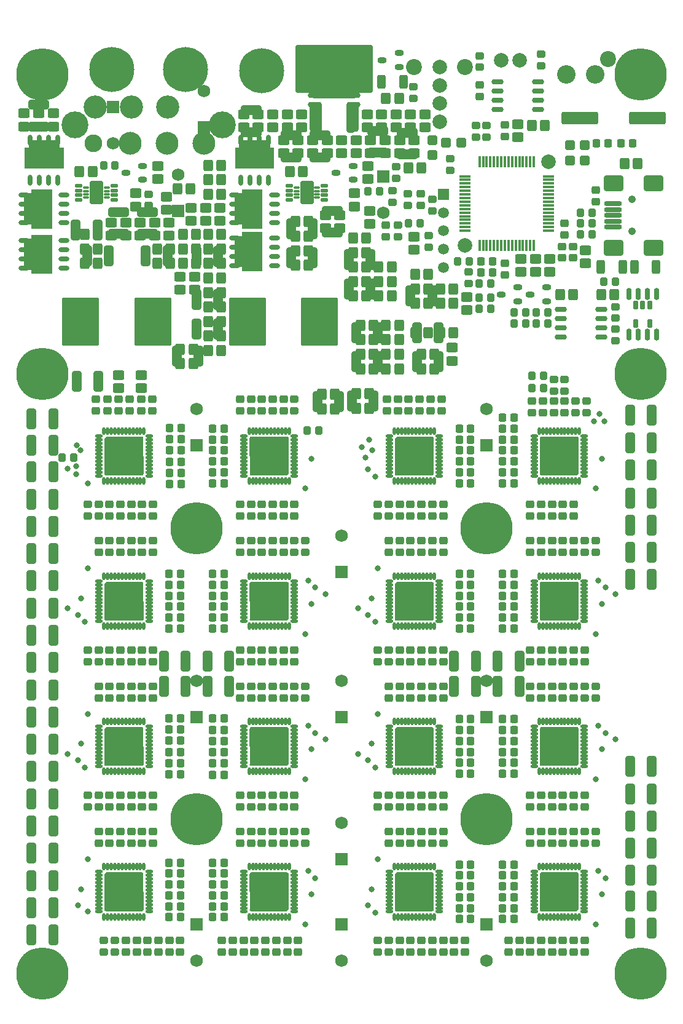
<source format=gts>
%FSLAX44Y44*%
%MOMM*%
G71*
G01*
G75*
G04 Layer_Color=8388736*
G04:AMPARAMS|DCode=10|XSize=1mm|YSize=0.9mm|CornerRadius=0.198mm|HoleSize=0mm|Usage=FLASHONLY|Rotation=180.000|XOffset=0mm|YOffset=0mm|HoleType=Round|Shape=RoundedRectangle|*
%AMROUNDEDRECTD10*
21,1,1.0000,0.5040,0,0,180.0*
21,1,0.6040,0.9000,0,0,180.0*
1,1,0.3960,-0.3020,0.2520*
1,1,0.3960,0.3020,0.2520*
1,1,0.3960,0.3020,-0.2520*
1,1,0.3960,-0.3020,-0.2520*
%
%ADD10ROUNDEDRECTD10*%
G04:AMPARAMS|DCode=11|XSize=1mm|YSize=0.9mm|CornerRadius=0.198mm|HoleSize=0mm|Usage=FLASHONLY|Rotation=90.000|XOffset=0mm|YOffset=0mm|HoleType=Round|Shape=RoundedRectangle|*
%AMROUNDEDRECTD11*
21,1,1.0000,0.5040,0,0,90.0*
21,1,0.6040,0.9000,0,0,90.0*
1,1,0.3960,0.2520,0.3020*
1,1,0.3960,0.2520,-0.3020*
1,1,0.3960,-0.2520,-0.3020*
1,1,0.3960,-0.2520,0.3020*
%
%ADD11ROUNDEDRECTD11*%
%ADD12C,0.4000*%
%ADD13O,0.2500X0.8500*%
%ADD14O,0.8500X0.2500*%
G04:AMPARAMS|DCode=15|XSize=1.45mm|YSize=1.15mm|CornerRadius=0.2013mm|HoleSize=0mm|Usage=FLASHONLY|Rotation=0.000|XOffset=0mm|YOffset=0mm|HoleType=Round|Shape=RoundedRectangle|*
%AMROUNDEDRECTD15*
21,1,1.4500,0.7475,0,0,0.0*
21,1,1.0475,1.1500,0,0,0.0*
1,1,0.4025,0.5238,-0.3738*
1,1,0.4025,-0.5238,-0.3738*
1,1,0.4025,-0.5238,0.3738*
1,1,0.4025,0.5238,0.3738*
%
%ADD15ROUNDEDRECTD15*%
G04:AMPARAMS|DCode=16|XSize=1.05mm|YSize=0.65mm|CornerRadius=0.2015mm|HoleSize=0mm|Usage=FLASHONLY|Rotation=180.000|XOffset=0mm|YOffset=0mm|HoleType=Round|Shape=RoundedRectangle|*
%AMROUNDEDRECTD16*
21,1,1.0500,0.2470,0,0,180.0*
21,1,0.6470,0.6500,0,0,180.0*
1,1,0.4030,-0.3235,0.1235*
1,1,0.4030,0.3235,0.1235*
1,1,0.4030,0.3235,-0.1235*
1,1,0.4030,-0.3235,-0.1235*
%
%ADD16ROUNDEDRECTD16*%
%ADD17C,0.6000*%
G04:AMPARAMS|DCode=18|XSize=1mm|YSize=0.95mm|CornerRadius=0.1995mm|HoleSize=0mm|Usage=FLASHONLY|Rotation=0.000|XOffset=0mm|YOffset=0mm|HoleType=Round|Shape=RoundedRectangle|*
%AMROUNDEDRECTD18*
21,1,1.0000,0.5510,0,0,0.0*
21,1,0.6010,0.9500,0,0,0.0*
1,1,0.3990,0.3005,-0.2755*
1,1,0.3990,-0.3005,-0.2755*
1,1,0.3990,-0.3005,0.2755*
1,1,0.3990,0.3005,0.2755*
%
%ADD18ROUNDEDRECTD18*%
G04:AMPARAMS|DCode=19|XSize=1mm|YSize=0.95mm|CornerRadius=0.1995mm|HoleSize=0mm|Usage=FLASHONLY|Rotation=270.000|XOffset=0mm|YOffset=0mm|HoleType=Round|Shape=RoundedRectangle|*
%AMROUNDEDRECTD19*
21,1,1.0000,0.5510,0,0,270.0*
21,1,0.6010,0.9500,0,0,270.0*
1,1,0.3990,-0.2755,-0.3005*
1,1,0.3990,-0.2755,0.3005*
1,1,0.3990,0.2755,0.3005*
1,1,0.3990,0.2755,-0.3005*
%
%ADD19ROUNDEDRECTD19*%
G04:AMPARAMS|DCode=20|XSize=2.7mm|YSize=1.15mm|CornerRadius=0.2013mm|HoleSize=0mm|Usage=FLASHONLY|Rotation=90.000|XOffset=0mm|YOffset=0mm|HoleType=Round|Shape=RoundedRectangle|*
%AMROUNDEDRECTD20*
21,1,2.7000,0.7475,0,0,90.0*
21,1,2.2975,1.1500,0,0,90.0*
1,1,0.4025,0.3738,1.1487*
1,1,0.4025,0.3738,-1.1487*
1,1,0.4025,-0.3738,-1.1487*
1,1,0.4025,-0.3738,1.1487*
%
%ADD20ROUNDEDRECTD20*%
G04:AMPARAMS|DCode=21|XSize=2.7mm|YSize=1.15mm|CornerRadius=0.2013mm|HoleSize=0mm|Usage=FLASHONLY|Rotation=180.000|XOffset=0mm|YOffset=0mm|HoleType=Round|Shape=RoundedRectangle|*
%AMROUNDEDRECTD21*
21,1,2.7000,0.7475,0,0,180.0*
21,1,2.2975,1.1500,0,0,180.0*
1,1,0.4025,-1.1487,0.3738*
1,1,0.4025,1.1487,0.3738*
1,1,0.4025,1.1487,-0.3738*
1,1,0.4025,-1.1487,-0.3738*
%
%ADD21ROUNDEDRECTD21*%
G04:AMPARAMS|DCode=22|XSize=1.45mm|YSize=1.15mm|CornerRadius=0.2013mm|HoleSize=0mm|Usage=FLASHONLY|Rotation=90.000|XOffset=0mm|YOffset=0mm|HoleType=Round|Shape=RoundedRectangle|*
%AMROUNDEDRECTD22*
21,1,1.4500,0.7475,0,0,90.0*
21,1,1.0475,1.1500,0,0,90.0*
1,1,0.4025,0.3738,0.5238*
1,1,0.4025,0.3738,-0.5238*
1,1,0.4025,-0.3738,-0.5238*
1,1,0.4025,-0.3738,0.5238*
%
%ADD22ROUNDEDRECTD22*%
G04:AMPARAMS|DCode=23|XSize=6.4mm|YSize=10.5mm|CornerRadius=0.128mm|HoleSize=0mm|Usage=FLASHONLY|Rotation=90.000|XOffset=0mm|YOffset=0mm|HoleType=Round|Shape=RoundedRectangle|*
%AMROUNDEDRECTD23*
21,1,6.4000,10.2440,0,0,90.0*
21,1,6.1440,10.5000,0,0,90.0*
1,1,0.2560,5.1220,3.0720*
1,1,0.2560,5.1220,-3.0720*
1,1,0.2560,-5.1220,-3.0720*
1,1,0.2560,-5.1220,3.0720*
%
%ADD23ROUNDEDRECTD23*%
G04:AMPARAMS|DCode=24|XSize=3.95mm|YSize=1.5mm|CornerRadius=0.2475mm|HoleSize=0mm|Usage=FLASHONLY|Rotation=90.000|XOffset=0mm|YOffset=0mm|HoleType=Round|Shape=RoundedRectangle|*
%AMROUNDEDRECTD24*
21,1,3.9500,1.0050,0,0,90.0*
21,1,3.4550,1.5000,0,0,90.0*
1,1,0.4950,0.5025,1.7275*
1,1,0.4950,0.5025,-1.7275*
1,1,0.4950,-0.5025,-1.7275*
1,1,0.4950,-0.5025,1.7275*
%
%ADD24ROUNDEDRECTD24*%
G04:AMPARAMS|DCode=25|XSize=2.85mm|YSize=1mm|CornerRadius=0.2mm|HoleSize=0mm|Usage=FLASHONLY|Rotation=90.000|XOffset=0mm|YOffset=0mm|HoleType=Round|Shape=RoundedRectangle|*
%AMROUNDEDRECTD25*
21,1,2.8500,0.6000,0,0,90.0*
21,1,2.4500,1.0000,0,0,90.0*
1,1,0.4000,0.3000,1.2250*
1,1,0.4000,0.3000,-1.2250*
1,1,0.4000,-0.3000,-1.2250*
1,1,0.4000,-0.3000,1.2250*
%
%ADD25ROUNDEDRECTD25*%
G04:AMPARAMS|DCode=26|XSize=6.45mm|YSize=6mm|CornerRadius=0.21mm|HoleSize=0mm|Usage=FLASHONLY|Rotation=90.000|XOffset=0mm|YOffset=0mm|HoleType=Round|Shape=RoundedRectangle|*
%AMROUNDEDRECTD26*
21,1,6.4500,5.5800,0,0,90.0*
21,1,6.0300,6.0000,0,0,90.0*
1,1,0.4200,2.7900,3.0150*
1,1,0.4200,2.7900,-3.0150*
1,1,0.4200,-2.7900,-3.0150*
1,1,0.4200,-2.7900,3.0150*
%
%ADD26ROUNDEDRECTD26*%
%ADD27O,1.3500X0.5000*%
G04:AMPARAMS|DCode=28|XSize=3mm|YSize=1.65mm|CornerRadius=0.1073mm|HoleSize=0mm|Usage=FLASHONLY|Rotation=90.000|XOffset=0mm|YOffset=0mm|HoleType=Round|Shape=RoundedRectangle|*
%AMROUNDEDRECTD28*
21,1,3.0000,1.4355,0,0,90.0*
21,1,2.7855,1.6500,0,0,90.0*
1,1,0.2145,0.7178,1.3927*
1,1,0.2145,0.7178,-1.3927*
1,1,0.2145,-0.7178,-1.3927*
1,1,0.2145,-0.7178,1.3927*
%
%ADD28ROUNDEDRECTD28*%
G04:AMPARAMS|DCode=29|XSize=1mm|YSize=0.45mm|CornerRadius=0.1125mm|HoleSize=0mm|Usage=FLASHONLY|Rotation=0.000|XOffset=0mm|YOffset=0mm|HoleType=Round|Shape=RoundedRectangle|*
%AMROUNDEDRECTD29*
21,1,1.0000,0.2250,0,0,0.0*
21,1,0.7750,0.4500,0,0,0.0*
1,1,0.2250,0.3875,-0.1125*
1,1,0.2250,-0.3875,-0.1125*
1,1,0.2250,-0.3875,0.1125*
1,1,0.2250,0.3875,0.1125*
%
%ADD29ROUNDEDRECTD29*%
G04:AMPARAMS|DCode=30|XSize=0.7mm|YSize=0.25mm|CornerRadius=0.0838mm|HoleSize=0mm|Usage=FLASHONLY|Rotation=0.000|XOffset=0mm|YOffset=0mm|HoleType=Round|Shape=RoundedRectangle|*
%AMROUNDEDRECTD30*
21,1,0.7000,0.0825,0,0,0.0*
21,1,0.5325,0.2500,0,0,0.0*
1,1,0.1675,0.2662,-0.0413*
1,1,0.1675,-0.2662,-0.0413*
1,1,0.1675,-0.2662,0.0413*
1,1,0.1675,0.2662,0.0413*
%
%ADD30ROUNDEDRECTD30*%
G04:AMPARAMS|DCode=31|XSize=1.35mm|YSize=1.65mm|CornerRadius=0.27mm|HoleSize=0mm|Usage=FLASHONLY|Rotation=90.000|XOffset=0mm|YOffset=0mm|HoleType=Round|Shape=RoundedRectangle|*
%AMROUNDEDRECTD31*
21,1,1.3500,1.1100,0,0,90.0*
21,1,0.8100,1.6500,0,0,90.0*
1,1,0.5400,0.5550,0.4050*
1,1,0.5400,0.5550,-0.4050*
1,1,0.5400,-0.5550,-0.4050*
1,1,0.5400,-0.5550,0.4050*
%
%ADD31ROUNDEDRECTD31*%
G04:AMPARAMS|DCode=32|XSize=1.2mm|YSize=1.2mm|CornerRadius=0.198mm|HoleSize=0mm|Usage=FLASHONLY|Rotation=270.000|XOffset=0mm|YOffset=0mm|HoleType=Round|Shape=RoundedRectangle|*
%AMROUNDEDRECTD32*
21,1,1.2000,0.8040,0,0,270.0*
21,1,0.8040,1.2000,0,0,270.0*
1,1,0.3960,-0.4020,-0.4020*
1,1,0.3960,-0.4020,0.4020*
1,1,0.3960,0.4020,0.4020*
1,1,0.3960,0.4020,-0.4020*
%
%ADD32ROUNDEDRECTD32*%
G04:AMPARAMS|DCode=33|XSize=1.2mm|YSize=1.2mm|CornerRadius=0.198mm|HoleSize=0mm|Usage=FLASHONLY|Rotation=0.000|XOffset=0mm|YOffset=0mm|HoleType=Round|Shape=RoundedRectangle|*
%AMROUNDEDRECTD33*
21,1,1.2000,0.8040,0,0,0.0*
21,1,0.8040,1.2000,0,0,0.0*
1,1,0.3960,0.4020,-0.4020*
1,1,0.3960,-0.4020,-0.4020*
1,1,0.3960,-0.4020,0.4020*
1,1,0.3960,0.4020,0.4020*
%
%ADD33ROUNDEDRECTD33*%
G04:AMPARAMS|DCode=34|XSize=1.75mm|YSize=1.05mm|CornerRadius=0.1995mm|HoleSize=0mm|Usage=FLASHONLY|Rotation=270.000|XOffset=0mm|YOffset=0mm|HoleType=Round|Shape=RoundedRectangle|*
%AMROUNDEDRECTD34*
21,1,1.7500,0.6510,0,0,270.0*
21,1,1.3510,1.0500,0,0,270.0*
1,1,0.3990,-0.3255,-0.6755*
1,1,0.3990,-0.3255,0.6755*
1,1,0.3990,0.3255,0.6755*
1,1,0.3990,0.3255,-0.6755*
%
%ADD34ROUNDEDRECTD34*%
%ADD35O,0.5000X1.3500*%
G04:AMPARAMS|DCode=36|XSize=6.5mm|YSize=5mm|CornerRadius=0.25mm|HoleSize=0mm|Usage=FLASHONLY|Rotation=90.000|XOffset=0mm|YOffset=0mm|HoleType=Round|Shape=RoundedRectangle|*
%AMROUNDEDRECTD36*
21,1,6.5000,4.5000,0,0,90.0*
21,1,6.0000,5.0000,0,0,90.0*
1,1,0.5000,2.2500,3.0000*
1,1,0.5000,2.2500,-3.0000*
1,1,0.5000,-2.2500,-3.0000*
1,1,0.5000,-2.2500,3.0000*
%
%ADD36ROUNDEDRECTD36*%
G04:AMPARAMS|DCode=37|XSize=2.3mm|YSize=0.5mm|CornerRadius=0.2mm|HoleSize=0mm|Usage=FLASHONLY|Rotation=180.000|XOffset=0mm|YOffset=0mm|HoleType=Round|Shape=RoundedRectangle|*
%AMROUNDEDRECTD37*
21,1,2.3000,0.1000,0,0,180.0*
21,1,1.9000,0.5000,0,0,180.0*
1,1,0.4000,-0.9500,0.0500*
1,1,0.4000,0.9500,0.0500*
1,1,0.4000,0.9500,-0.0500*
1,1,0.4000,-0.9500,-0.0500*
%
%ADD37ROUNDEDRECTD37*%
G04:AMPARAMS|DCode=38|XSize=2.5mm|YSize=2mm|CornerRadius=0.2mm|HoleSize=0mm|Usage=FLASHONLY|Rotation=180.000|XOffset=0mm|YOffset=0mm|HoleType=Round|Shape=RoundedRectangle|*
%AMROUNDEDRECTD38*
21,1,2.5000,1.6000,0,0,180.0*
21,1,2.1000,2.0000,0,0,180.0*
1,1,0.4000,-1.0500,0.8000*
1,1,0.4000,1.0500,0.8000*
1,1,0.4000,1.0500,-0.8000*
1,1,0.4000,-1.0500,-0.8000*
%
%ADD38ROUNDEDRECTD38*%
G04:AMPARAMS|DCode=39|XSize=1.1mm|YSize=0.6mm|CornerRadius=0.201mm|HoleSize=0mm|Usage=FLASHONLY|Rotation=270.000|XOffset=0mm|YOffset=0mm|HoleType=Round|Shape=RoundedRectangle|*
%AMROUNDEDRECTD39*
21,1,1.1000,0.1980,0,0,270.0*
21,1,0.6980,0.6000,0,0,270.0*
1,1,0.4020,-0.0990,-0.3490*
1,1,0.4020,-0.0990,0.3490*
1,1,0.4020,0.0990,0.3490*
1,1,0.4020,0.0990,-0.3490*
%
%ADD39ROUNDEDRECTD39*%
%ADD40C,1.0000*%
%ADD41O,0.3000X1.5000*%
%ADD42O,1.5000X0.3000*%
G04:AMPARAMS|DCode=43|XSize=4.9mm|YSize=1.6mm|CornerRadius=0.2mm|HoleSize=0mm|Usage=FLASHONLY|Rotation=180.000|XOffset=0mm|YOffset=0mm|HoleType=Round|Shape=RoundedRectangle|*
%AMROUNDEDRECTD43*
21,1,4.9000,1.2000,0,0,180.0*
21,1,4.5000,1.6000,0,0,180.0*
1,1,0.4000,-2.2500,0.6000*
1,1,0.4000,2.2500,0.6000*
1,1,0.4000,2.2500,-0.6000*
1,1,0.4000,-2.2500,-0.6000*
%
%ADD43ROUNDEDRECTD43*%
%ADD44R,1.3000X1.3000*%
%ADD45C,1.3000*%
%ADD46O,1.5500X0.6000*%
%ADD47O,0.6000X1.5500*%
%ADD48C,0.5000*%
%ADD49C,0.2500*%
%ADD50C,0.3000*%
%ADD51C,0.6000*%
%ADD52C,0.2540*%
%ADD53C,0.3500*%
%ADD54C,0.4000*%
%ADD55C,1.0000*%
%ADD56C,0.8000*%
%ADD57C,0.5500*%
%ADD58C,0.4500*%
%ADD59C,2.0000*%
%ADD60C,1.6000*%
%ADD61R,1.6000X1.6000*%
%ADD62C,6.0000*%
%ADD63C,2.3000*%
%ADD64C,3.0000*%
%ADD65C,3.5000*%
%ADD66C,1.8500*%
%ADD67C,2.4000*%
%ADD68C,0.5000*%
%ADD69C,7.0000*%
%ADD70C,2.0000*%
%ADD71C,1.8000*%
%ADD72C,0.0000*%
G04:AMPARAMS|DCode=73|XSize=1.15mm|YSize=1.05mm|CornerRadius=0.273mm|HoleSize=0mm|Usage=FLASHONLY|Rotation=180.000|XOffset=0mm|YOffset=0mm|HoleType=Round|Shape=RoundedRectangle|*
%AMROUNDEDRECTD73*
21,1,1.1500,0.5040,0,0,180.0*
21,1,0.6040,1.0500,0,0,180.0*
1,1,0.5460,-0.3020,0.2520*
1,1,0.5460,0.3020,0.2520*
1,1,0.5460,0.3020,-0.2520*
1,1,0.5460,-0.3020,-0.2520*
%
%ADD73ROUNDEDRECTD73*%
G04:AMPARAMS|DCode=74|XSize=1.15mm|YSize=1.05mm|CornerRadius=0.273mm|HoleSize=0mm|Usage=FLASHONLY|Rotation=90.000|XOffset=0mm|YOffset=0mm|HoleType=Round|Shape=RoundedRectangle|*
%AMROUNDEDRECTD74*
21,1,1.1500,0.5040,0,0,90.0*
21,1,0.6040,1.0500,0,0,90.0*
1,1,0.5460,0.2520,0.3020*
1,1,0.5460,0.2520,-0.3020*
1,1,0.5460,-0.2520,-0.3020*
1,1,0.5460,-0.2520,0.3020*
%
%ADD74ROUNDEDRECTD74*%
%ADD75O,0.4500X1.0500*%
%ADD76O,1.0500X0.4500*%
G04:AMPARAMS|DCode=77|XSize=1.6mm|YSize=1.3mm|CornerRadius=0.2763mm|HoleSize=0mm|Usage=FLASHONLY|Rotation=0.000|XOffset=0mm|YOffset=0mm|HoleType=Round|Shape=RoundedRectangle|*
%AMROUNDEDRECTD77*
21,1,1.6000,0.7475,0,0,0.0*
21,1,1.0475,1.3000,0,0,0.0*
1,1,0.5525,0.5238,-0.3738*
1,1,0.5525,-0.5238,-0.3738*
1,1,0.5525,-0.5238,0.3738*
1,1,0.5525,0.5238,0.3738*
%
%ADD77ROUNDEDRECTD77*%
G04:AMPARAMS|DCode=78|XSize=1.2mm|YSize=0.8mm|CornerRadius=0.2765mm|HoleSize=0mm|Usage=FLASHONLY|Rotation=180.000|XOffset=0mm|YOffset=0mm|HoleType=Round|Shape=RoundedRectangle|*
%AMROUNDEDRECTD78*
21,1,1.2000,0.2470,0,0,180.0*
21,1,0.6470,0.8000,0,0,180.0*
1,1,0.5530,-0.3235,0.1235*
1,1,0.5530,0.3235,0.1235*
1,1,0.5530,0.3235,-0.1235*
1,1,0.5530,-0.3235,-0.1235*
%
%ADD78ROUNDEDRECTD78*%
%ADD79C,0.8000*%
G04:AMPARAMS|DCode=80|XSize=1.15mm|YSize=1.1mm|CornerRadius=0.2745mm|HoleSize=0mm|Usage=FLASHONLY|Rotation=0.000|XOffset=0mm|YOffset=0mm|HoleType=Round|Shape=RoundedRectangle|*
%AMROUNDEDRECTD80*
21,1,1.1500,0.5510,0,0,0.0*
21,1,0.6010,1.1000,0,0,0.0*
1,1,0.5490,0.3005,-0.2755*
1,1,0.5490,-0.3005,-0.2755*
1,1,0.5490,-0.3005,0.2755*
1,1,0.5490,0.3005,0.2755*
%
%ADD80ROUNDEDRECTD80*%
G04:AMPARAMS|DCode=81|XSize=1.15mm|YSize=1.1mm|CornerRadius=0.2745mm|HoleSize=0mm|Usage=FLASHONLY|Rotation=270.000|XOffset=0mm|YOffset=0mm|HoleType=Round|Shape=RoundedRectangle|*
%AMROUNDEDRECTD81*
21,1,1.1500,0.5510,0,0,270.0*
21,1,0.6010,1.1000,0,0,270.0*
1,1,0.5490,-0.2755,-0.3005*
1,1,0.5490,-0.2755,0.3005*
1,1,0.5490,0.2755,0.3005*
1,1,0.5490,0.2755,-0.3005*
%
%ADD81ROUNDEDRECTD81*%
G04:AMPARAMS|DCode=82|XSize=2.85mm|YSize=1.3mm|CornerRadius=0.2763mm|HoleSize=0mm|Usage=FLASHONLY|Rotation=90.000|XOffset=0mm|YOffset=0mm|HoleType=Round|Shape=RoundedRectangle|*
%AMROUNDEDRECTD82*
21,1,2.8500,0.7475,0,0,90.0*
21,1,2.2975,1.3000,0,0,90.0*
1,1,0.5525,0.3738,1.1487*
1,1,0.5525,0.3738,-1.1487*
1,1,0.5525,-0.3738,-1.1487*
1,1,0.5525,-0.3738,1.1487*
%
%ADD82ROUNDEDRECTD82*%
G04:AMPARAMS|DCode=83|XSize=2.85mm|YSize=1.3mm|CornerRadius=0.2763mm|HoleSize=0mm|Usage=FLASHONLY|Rotation=180.000|XOffset=0mm|YOffset=0mm|HoleType=Round|Shape=RoundedRectangle|*
%AMROUNDEDRECTD83*
21,1,2.8500,0.7475,0,0,180.0*
21,1,2.2975,1.3000,0,0,180.0*
1,1,0.5525,-1.1487,0.3738*
1,1,0.5525,1.1487,0.3738*
1,1,0.5525,1.1487,-0.3738*
1,1,0.5525,-1.1487,-0.3738*
%
%ADD83ROUNDEDRECTD83*%
G04:AMPARAMS|DCode=84|XSize=1.6mm|YSize=1.3mm|CornerRadius=0.2763mm|HoleSize=0mm|Usage=FLASHONLY|Rotation=90.000|XOffset=0mm|YOffset=0mm|HoleType=Round|Shape=RoundedRectangle|*
%AMROUNDEDRECTD84*
21,1,1.6000,0.7475,0,0,90.0*
21,1,1.0475,1.3000,0,0,90.0*
1,1,0.5525,0.3738,0.5238*
1,1,0.5525,0.3738,-0.5238*
1,1,0.5525,-0.3738,-0.5238*
1,1,0.5525,-0.3738,0.5238*
%
%ADD84ROUNDEDRECTD84*%
G04:AMPARAMS|DCode=85|XSize=6.55mm|YSize=10.65mm|CornerRadius=0.203mm|HoleSize=0mm|Usage=FLASHONLY|Rotation=90.000|XOffset=0mm|YOffset=0mm|HoleType=Round|Shape=RoundedRectangle|*
%AMROUNDEDRECTD85*
21,1,6.5500,10.2440,0,0,90.0*
21,1,6.1440,10.6500,0,0,90.0*
1,1,0.4060,5.1220,3.0720*
1,1,0.4060,5.1220,-3.0720*
1,1,0.4060,-5.1220,-3.0720*
1,1,0.4060,-5.1220,3.0720*
%
%ADD85ROUNDEDRECTD85*%
G04:AMPARAMS|DCode=86|XSize=4.1mm|YSize=1.65mm|CornerRadius=0.3225mm|HoleSize=0mm|Usage=FLASHONLY|Rotation=90.000|XOffset=0mm|YOffset=0mm|HoleType=Round|Shape=RoundedRectangle|*
%AMROUNDEDRECTD86*
21,1,4.1000,1.0050,0,0,90.0*
21,1,3.4550,1.6500,0,0,90.0*
1,1,0.6450,0.5025,1.7275*
1,1,0.6450,0.5025,-1.7275*
1,1,0.6450,-0.5025,-1.7275*
1,1,0.6450,-0.5025,1.7275*
%
%ADD86ROUNDEDRECTD86*%
G04:AMPARAMS|DCode=87|XSize=3mm|YSize=1.15mm|CornerRadius=0.275mm|HoleSize=0mm|Usage=FLASHONLY|Rotation=90.000|XOffset=0mm|YOffset=0mm|HoleType=Round|Shape=RoundedRectangle|*
%AMROUNDEDRECTD87*
21,1,3.0000,0.6000,0,0,90.0*
21,1,2.4500,1.1500,0,0,90.0*
1,1,0.5500,0.3000,1.2250*
1,1,0.5500,0.3000,-1.2250*
1,1,0.5500,-0.3000,-1.2250*
1,1,0.5500,-0.3000,1.2250*
%
%ADD87ROUNDEDRECTD87*%
G04:AMPARAMS|DCode=88|XSize=6.6mm|YSize=6.15mm|CornerRadius=0.285mm|HoleSize=0mm|Usage=FLASHONLY|Rotation=90.000|XOffset=0mm|YOffset=0mm|HoleType=Round|Shape=RoundedRectangle|*
%AMROUNDEDRECTD88*
21,1,6.6000,5.5800,0,0,90.0*
21,1,6.0300,6.1500,0,0,90.0*
1,1,0.5700,2.7900,3.0150*
1,1,0.5700,2.7900,-3.0150*
1,1,0.5700,-2.7900,-3.0150*
1,1,0.5700,-2.7900,3.0150*
%
%ADD88ROUNDEDRECTD88*%
%ADD89O,1.5000X0.6500*%
G04:AMPARAMS|DCode=90|XSize=3.15mm|YSize=1.8mm|CornerRadius=0.1823mm|HoleSize=0mm|Usage=FLASHONLY|Rotation=90.000|XOffset=0mm|YOffset=0mm|HoleType=Round|Shape=RoundedRectangle|*
%AMROUNDEDRECTD90*
21,1,3.1500,1.4355,0,0,90.0*
21,1,2.7855,1.8000,0,0,90.0*
1,1,0.3645,0.7178,1.3927*
1,1,0.3645,0.7178,-1.3927*
1,1,0.3645,-0.7178,-1.3927*
1,1,0.3645,-0.7178,1.3927*
%
%ADD90ROUNDEDRECTD90*%
G04:AMPARAMS|DCode=91|XSize=1.1mm|YSize=0.55mm|CornerRadius=0.1625mm|HoleSize=0mm|Usage=FLASHONLY|Rotation=0.000|XOffset=0mm|YOffset=0mm|HoleType=Round|Shape=RoundedRectangle|*
%AMROUNDEDRECTD91*
21,1,1.1000,0.2250,0,0,0.0*
21,1,0.7750,0.5500,0,0,0.0*
1,1,0.3250,0.3875,-0.1125*
1,1,0.3250,-0.3875,-0.1125*
1,1,0.3250,-0.3875,0.1125*
1,1,0.3250,0.3875,0.1125*
%
%ADD91ROUNDEDRECTD91*%
G04:AMPARAMS|DCode=92|XSize=0.8mm|YSize=0.35mm|CornerRadius=0.1338mm|HoleSize=0mm|Usage=FLASHONLY|Rotation=0.000|XOffset=0mm|YOffset=0mm|HoleType=Round|Shape=RoundedRectangle|*
%AMROUNDEDRECTD92*
21,1,0.8000,0.0825,0,0,0.0*
21,1,0.5325,0.3500,0,0,0.0*
1,1,0.2675,0.2662,-0.0413*
1,1,0.2675,-0.2662,-0.0413*
1,1,0.2675,-0.2662,0.0413*
1,1,0.2675,0.2662,0.0413*
%
%ADD92ROUNDEDRECTD92*%
G04:AMPARAMS|DCode=93|XSize=1.5mm|YSize=1.8mm|CornerRadius=0.345mm|HoleSize=0mm|Usage=FLASHONLY|Rotation=90.000|XOffset=0mm|YOffset=0mm|HoleType=Round|Shape=RoundedRectangle|*
%AMROUNDEDRECTD93*
21,1,1.5000,1.1100,0,0,90.0*
21,1,0.8100,1.8000,0,0,90.0*
1,1,0.6900,0.5550,0.4050*
1,1,0.6900,0.5550,-0.4050*
1,1,0.6900,-0.5550,-0.4050*
1,1,0.6900,-0.5550,0.4050*
%
%ADD93ROUNDEDRECTD93*%
G04:AMPARAMS|DCode=94|XSize=1.35mm|YSize=1.35mm|CornerRadius=0.273mm|HoleSize=0mm|Usage=FLASHONLY|Rotation=270.000|XOffset=0mm|YOffset=0mm|HoleType=Round|Shape=RoundedRectangle|*
%AMROUNDEDRECTD94*
21,1,1.3500,0.8040,0,0,270.0*
21,1,0.8040,1.3500,0,0,270.0*
1,1,0.5460,-0.4020,-0.4020*
1,1,0.5460,-0.4020,0.4020*
1,1,0.5460,0.4020,0.4020*
1,1,0.5460,0.4020,-0.4020*
%
%ADD94ROUNDEDRECTD94*%
G04:AMPARAMS|DCode=95|XSize=1.35mm|YSize=1.35mm|CornerRadius=0.273mm|HoleSize=0mm|Usage=FLASHONLY|Rotation=0.000|XOffset=0mm|YOffset=0mm|HoleType=Round|Shape=RoundedRectangle|*
%AMROUNDEDRECTD95*
21,1,1.3500,0.8040,0,0,0.0*
21,1,0.8040,1.3500,0,0,0.0*
1,1,0.5460,0.4020,-0.4020*
1,1,0.5460,-0.4020,-0.4020*
1,1,0.5460,-0.4020,0.4020*
1,1,0.5460,0.4020,0.4020*
%
%ADD95ROUNDEDRECTD95*%
G04:AMPARAMS|DCode=96|XSize=1.9mm|YSize=1.2mm|CornerRadius=0.2745mm|HoleSize=0mm|Usage=FLASHONLY|Rotation=270.000|XOffset=0mm|YOffset=0mm|HoleType=Round|Shape=RoundedRectangle|*
%AMROUNDEDRECTD96*
21,1,1.9000,0.6510,0,0,270.0*
21,1,1.3510,1.2000,0,0,270.0*
1,1,0.5490,-0.3255,-0.6755*
1,1,0.5490,-0.3255,0.6755*
1,1,0.5490,0.3255,0.6755*
1,1,0.5490,0.3255,-0.6755*
%
%ADD96ROUNDEDRECTD96*%
%ADD97O,0.6500X1.5000*%
G04:AMPARAMS|DCode=98|XSize=6.65mm|YSize=5.15mm|CornerRadius=0.325mm|HoleSize=0mm|Usage=FLASHONLY|Rotation=90.000|XOffset=0mm|YOffset=0mm|HoleType=Round|Shape=RoundedRectangle|*
%AMROUNDEDRECTD98*
21,1,6.6500,4.5000,0,0,90.0*
21,1,6.0000,5.1500,0,0,90.0*
1,1,0.6500,2.2500,3.0000*
1,1,0.6500,2.2500,-3.0000*
1,1,0.6500,-2.2500,-3.0000*
1,1,0.6500,-2.2500,3.0000*
%
%ADD98ROUNDEDRECTD98*%
G04:AMPARAMS|DCode=99|XSize=2.45mm|YSize=0.65mm|CornerRadius=0.275mm|HoleSize=0mm|Usage=FLASHONLY|Rotation=180.000|XOffset=0mm|YOffset=0mm|HoleType=Round|Shape=RoundedRectangle|*
%AMROUNDEDRECTD99*
21,1,2.4500,0.1000,0,0,180.0*
21,1,1.9000,0.6500,0,0,180.0*
1,1,0.5500,-0.9500,0.0500*
1,1,0.5500,0.9500,0.0500*
1,1,0.5500,0.9500,-0.0500*
1,1,0.5500,-0.9500,-0.0500*
%
%ADD99ROUNDEDRECTD99*%
G04:AMPARAMS|DCode=100|XSize=2.65mm|YSize=2.15mm|CornerRadius=0.275mm|HoleSize=0mm|Usage=FLASHONLY|Rotation=180.000|XOffset=0mm|YOffset=0mm|HoleType=Round|Shape=RoundedRectangle|*
%AMROUNDEDRECTD100*
21,1,2.6500,1.6000,0,0,180.0*
21,1,2.1000,2.1500,0,0,180.0*
1,1,0.5500,-1.0500,0.8000*
1,1,0.5500,1.0500,0.8000*
1,1,0.5500,1.0500,-0.8000*
1,1,0.5500,-1.0500,-0.8000*
%
%ADD100ROUNDEDRECTD100*%
G04:AMPARAMS|DCode=101|XSize=1.25mm|YSize=0.75mm|CornerRadius=0.276mm|HoleSize=0mm|Usage=FLASHONLY|Rotation=270.000|XOffset=0mm|YOffset=0mm|HoleType=Round|Shape=RoundedRectangle|*
%AMROUNDEDRECTD101*
21,1,1.2500,0.1980,0,0,270.0*
21,1,0.6980,0.7500,0,0,270.0*
1,1,0.5520,-0.0990,-0.3490*
1,1,0.5520,-0.0990,0.3490*
1,1,0.5520,0.0990,0.3490*
1,1,0.5520,0.0990,-0.3490*
%
%ADD101ROUNDEDRECTD101*%
%ADD102C,2.0000*%
%ADD103O,0.4000X1.6000*%
%ADD104O,1.6000X0.4000*%
G04:AMPARAMS|DCode=105|XSize=5.05mm|YSize=1.75mm|CornerRadius=0.275mm|HoleSize=0mm|Usage=FLASHONLY|Rotation=180.000|XOffset=0mm|YOffset=0mm|HoleType=Round|Shape=RoundedRectangle|*
%AMROUNDEDRECTD105*
21,1,5.0500,1.2000,0,0,180.0*
21,1,4.5000,1.7500,0,0,180.0*
1,1,0.5500,-2.2500,0.6000*
1,1,0.5500,2.2500,0.6000*
1,1,0.5500,2.2500,-0.6000*
1,1,0.5500,-2.2500,-0.6000*
%
%ADD105ROUNDEDRECTD105*%
%ADD106R,1.5000X1.5000*%
%ADD107C,1.5000*%
%ADD108O,1.7000X0.7500*%
%ADD109O,0.7500X1.7000*%
%ADD110C,2.2000*%
%ADD111C,1.7500*%
%ADD112R,1.7500X1.7500*%
%ADD113C,6.2000*%
%ADD114C,2.4500*%
%ADD115C,3.1500*%
%ADD116C,3.7000*%
%ADD117C,2.5500*%
%ADD118C,1.0500*%
%ADD119C,7.2000*%
%ADD120C,3.2000*%
G36*
X325530Y-73366D02*
X326192Y-73808D01*
X326634Y-74470D01*
X326789Y-75250D01*
X326750D01*
Y-124130D01*
X324130Y-126750D01*
X275250Y-126789D01*
X274470Y-126634D01*
X273808Y-126192D01*
X273366Y-125530D01*
X273211Y-124750D01*
X273250D01*
X273211Y-75250D01*
X273366Y-74470D01*
X273808Y-73808D01*
X274470Y-73366D01*
X275250Y-73211D01*
Y-73250D01*
X324750Y-73211D01*
X325530Y-73366D01*
D02*
G37*
G36*
X-74470D02*
X-73808Y-73808D01*
X-73366Y-74470D01*
X-73211Y-75250D01*
X-73250D01*
Y-124130D01*
X-75870Y-126750D01*
X-124750Y-126789D01*
X-125530Y-126634D01*
X-126192Y-126192D01*
X-126634Y-125530D01*
X-126789Y-124750D01*
X-126750D01*
X-126789Y-75250D01*
X-126634Y-74470D01*
X-126192Y-73808D01*
X-125530Y-73366D01*
X-124750Y-73211D01*
Y-73250D01*
X-75250Y-73211D01*
X-74470Y-73366D01*
D02*
G37*
G36*
X-274470Y126634D02*
X-273808Y126192D01*
X-273366Y125530D01*
X-273211Y124750D01*
X-273250D01*
X-273211Y75250D01*
X-273366Y74470D01*
X-273808Y73808D01*
X-274470Y73366D01*
X-275250Y73211D01*
Y73250D01*
X-324750Y73211D01*
X-325530Y73366D01*
X-326192Y73808D01*
X-326634Y74470D01*
X-326789Y75250D01*
X-326750D01*
Y124130D01*
X-324130Y126750D01*
X-275250Y126789D01*
X-274470Y126634D01*
D02*
G37*
G36*
X-74470D02*
X-73808Y126192D01*
X-73366Y125530D01*
X-73211Y124750D01*
X-73250D01*
Y75870D01*
X-75870Y73250D01*
X-124750Y73211D01*
X-125530Y73366D01*
X-126192Y73808D01*
X-126634Y74470D01*
X-126789Y75250D01*
X-126750D01*
X-126789Y124750D01*
X-126634Y125530D01*
X-126192Y126192D01*
X-125530Y126634D01*
X-124750Y126789D01*
Y126750D01*
X-75250Y126789D01*
X-74470Y126634D01*
D02*
G37*
G36*
X125530D02*
X126192Y126192D01*
X126634Y125530D01*
X126789Y124750D01*
X126750D01*
X126789Y75250D01*
X126634Y74470D01*
X126192Y73808D01*
X125530Y73366D01*
X124750Y73211D01*
Y73250D01*
X75250Y73211D01*
X74470Y73366D01*
X73808Y73808D01*
X73366Y74470D01*
X73211Y75250D01*
X73250D01*
Y124130D01*
X75870Y126750D01*
X124750Y126789D01*
X125530Y126634D01*
D02*
G37*
G36*
Y-73366D02*
X126192Y-73808D01*
X126634Y-74470D01*
X126789Y-75250D01*
X126750D01*
X126789Y-124750D01*
X126634Y-125530D01*
X126192Y-126192D01*
X125530Y-126634D01*
X124750Y-126789D01*
Y-126750D01*
X75250Y-126789D01*
X74470Y-126634D01*
X73808Y-126192D01*
X73366Y-125530D01*
X73211Y-124750D01*
X73250D01*
Y-75870D01*
X75870Y-73250D01*
X124750Y-73211D01*
X125530Y-73366D01*
D02*
G37*
G36*
Y-273366D02*
X126192Y-273808D01*
X126634Y-274470D01*
X126789Y-275250D01*
X126750D01*
X126789Y-324750D01*
X126634Y-325530D01*
X126192Y-326192D01*
X125530Y-326634D01*
X124750Y-326789D01*
Y-326750D01*
X75250Y-326789D01*
X74470Y-326634D01*
X73808Y-326192D01*
X73366Y-325530D01*
X73211Y-324750D01*
X73250D01*
Y-275870D01*
X75870Y-273250D01*
X124750Y-273211D01*
X125530Y-273366D01*
D02*
G37*
G36*
X-274470D02*
X-273808Y-273808D01*
X-273366Y-274470D01*
X-273211Y-275250D01*
X-273250D01*
X-273211Y-324750D01*
X-273366Y-325530D01*
X-273808Y-326192D01*
X-274470Y-326634D01*
X-275250Y-326789D01*
Y-326750D01*
X-324750Y-326789D01*
X-325530Y-326634D01*
X-326192Y-326192D01*
X-326634Y-325530D01*
X-326789Y-324750D01*
X-326750D01*
Y-275870D01*
X-324130Y-273250D01*
X-275250Y-273211D01*
X-274470Y-273366D01*
D02*
G37*
G36*
X-74470D02*
X-73808Y-273808D01*
X-73366Y-274470D01*
X-73211Y-275250D01*
X-73250D01*
Y-324130D01*
X-75870Y-326750D01*
X-124750Y-326789D01*
X-125530Y-326634D01*
X-126192Y-326192D01*
X-126634Y-325530D01*
X-126789Y-324750D01*
X-126750D01*
X-126789Y-275250D01*
X-126634Y-274470D01*
X-126192Y-273808D01*
X-125530Y-273366D01*
X-124750Y-273211D01*
Y-273250D01*
X-75250Y-273211D01*
X-74470Y-273366D01*
D02*
G37*
G36*
X-274470Y-73366D02*
X-273808Y-73808D01*
X-273366Y-74470D01*
X-273211Y-75250D01*
X-273250D01*
X-273211Y-124750D01*
X-273366Y-125530D01*
X-273808Y-126192D01*
X-274470Y-126634D01*
X-275250Y-126789D01*
Y-126750D01*
X-324750Y-126789D01*
X-325530Y-126634D01*
X-326192Y-126192D01*
X-326634Y-125530D01*
X-326789Y-124750D01*
X-326750D01*
Y-75870D01*
X-324130Y-73250D01*
X-275250Y-73211D01*
X-274470Y-73366D01*
D02*
G37*
G36*
X325530Y-273366D02*
X326192Y-273808D01*
X326634Y-274470D01*
X326789Y-275250D01*
X326750D01*
Y-324130D01*
X324130Y-326750D01*
X275250Y-326789D01*
X274470Y-326634D01*
X273808Y-326192D01*
X273366Y-325530D01*
X273211Y-324750D01*
X273250D01*
X273211Y-275250D01*
X273366Y-274470D01*
X273808Y-273808D01*
X274470Y-273366D01*
X275250Y-273211D01*
Y-273250D01*
X324750Y-273211D01*
X325530Y-273366D01*
D02*
G37*
G36*
X-109001Y612999D02*
X-137501D01*
Y618499D01*
X-147501D01*
Y661499D01*
X-137501D01*
Y666999D01*
X-109001D01*
Y612999D01*
D02*
G37*
G36*
X-109000Y554300D02*
X-137500D01*
Y559800D01*
X-147500D01*
Y602800D01*
X-137500D01*
Y608300D01*
X-109000D01*
Y554300D01*
D02*
G37*
G36*
X-399000Y613000D02*
X-427500D01*
Y618500D01*
X-437500D01*
Y661500D01*
X-427500D01*
Y667000D01*
X-399000D01*
Y613000D01*
D02*
G37*
G36*
X-388549Y724251D02*
X-383049D01*
Y695751D01*
X-437049D01*
Y724251D01*
X-431549D01*
Y734251D01*
X-388549D01*
Y724251D01*
D02*
G37*
G36*
X-98550Y724250D02*
X-93050D01*
Y695750D01*
X-147050D01*
Y724250D01*
X-141550D01*
Y734250D01*
X-98550D01*
Y724250D01*
D02*
G37*
G36*
X-399000Y550500D02*
X-427500D01*
Y556000D01*
X-437500D01*
Y599000D01*
X-427500D01*
Y604500D01*
X-399000D01*
Y550500D01*
D02*
G37*
G36*
X-274470Y326634D02*
X-273808Y326192D01*
X-273366Y325530D01*
X-273211Y324750D01*
X-273250D01*
X-273211Y275250D01*
X-273366Y274470D01*
X-273808Y273808D01*
X-274470Y273366D01*
X-275250Y273211D01*
Y273250D01*
X-324750Y273211D01*
X-325530Y273366D01*
X-326192Y273808D01*
X-326634Y274470D01*
X-326789Y275250D01*
X-326750D01*
Y324130D01*
X-324130Y326750D01*
X-275250Y326789D01*
X-274470Y326634D01*
D02*
G37*
G36*
X325530Y126634D02*
X326192Y126192D01*
X326634Y125530D01*
X326789Y124750D01*
X326750D01*
Y75870D01*
X324130Y73250D01*
X275250Y73211D01*
X274470Y73366D01*
X273808Y73808D01*
X273366Y74470D01*
X273211Y75250D01*
X273250D01*
X273211Y124750D01*
X273366Y125530D01*
X273808Y126192D01*
X274470Y126634D01*
X275250Y126789D01*
Y126750D01*
X324750Y126789D01*
X325530Y126634D01*
D02*
G37*
G36*
X125530Y326634D02*
X126192Y326192D01*
X126634Y325530D01*
X126789Y324750D01*
X126750D01*
X126789Y275250D01*
X126634Y274470D01*
X126192Y273808D01*
X125530Y273366D01*
X124750Y273211D01*
Y273250D01*
X75250Y273211D01*
X74470Y273366D01*
X73808Y273808D01*
X73366Y274470D01*
X73211Y275250D01*
X73250D01*
Y324130D01*
X75870Y326750D01*
X124750Y326789D01*
X125530Y326634D01*
D02*
G37*
G36*
X325530D02*
X326192Y326192D01*
X326634Y325530D01*
X326789Y324750D01*
X326750D01*
Y275870D01*
X324130Y273250D01*
X275250Y273211D01*
X274470Y273366D01*
X273808Y273808D01*
X273366Y274470D01*
X273211Y275250D01*
X273250D01*
X273211Y324750D01*
X273366Y325530D01*
X273808Y326192D01*
X274470Y326634D01*
X275250Y326789D01*
Y326750D01*
X324750Y326789D01*
X325530Y326634D01*
D02*
G37*
G36*
X-74470D02*
X-73808Y326192D01*
X-73366Y325530D01*
X-73211Y324750D01*
X-73250D01*
Y275870D01*
X-75870Y273250D01*
X-124750Y273211D01*
X-125530Y273366D01*
X-126192Y273808D01*
X-126634Y274470D01*
X-126789Y275250D01*
X-126750D01*
X-126789Y324750D01*
X-126634Y325530D01*
X-126192Y326192D01*
X-125530Y326634D01*
X-124750Y326789D01*
Y326750D01*
X-75250Y326789D01*
X-74470Y326634D01*
D02*
G37*
D17*
X-300000Y300000D02*
D03*
Y100000D02*
D03*
Y-100000D02*
D03*
Y-300000D02*
D03*
X-100000D02*
D03*
Y-100000D02*
D03*
Y100000D02*
D03*
Y300000D02*
D03*
X100000D02*
D03*
Y100000D02*
D03*
Y-100000D02*
D03*
Y-300000D02*
D03*
X300000D02*
D03*
Y-100000D02*
D03*
Y100000D02*
D03*
Y300000D02*
D03*
D59*
X135000Y760000D02*
D03*
Y785000D02*
D03*
Y810000D02*
D03*
Y835000D02*
D03*
X245400Y845000D02*
D03*
X220000D02*
D03*
D73*
X-266000Y644501D02*
D03*
Y660501D02*
D03*
X70000Y649000D02*
D03*
Y665000D02*
D03*
X150000Y693500D02*
D03*
Y709500D02*
D03*
X-327500Y-383000D02*
D03*
Y-367000D02*
D03*
X190000Y835000D02*
D03*
Y851000D02*
D03*
X99000Y792000D02*
D03*
Y808000D02*
D03*
X175000Y553000D02*
D03*
Y537000D02*
D03*
X75000Y698000D02*
D03*
Y682000D02*
D03*
X125000Y653000D02*
D03*
Y637000D02*
D03*
X77500Y618000D02*
D03*
Y602000D02*
D03*
X120000Y603000D02*
D03*
Y587000D02*
D03*
X185000Y755000D02*
D03*
Y739000D02*
D03*
X200000D02*
D03*
Y755000D02*
D03*
X275000Y837000D02*
D03*
Y853000D02*
D03*
X91000Y645000D02*
D03*
Y661000D02*
D03*
X350000Y-233000D02*
D03*
Y-217000D02*
D03*
X335000D02*
D03*
Y-233000D02*
D03*
X335000Y-17000D02*
D03*
Y-33000D02*
D03*
X-350000Y-183000D02*
D03*
Y-167000D02*
D03*
Y17000D02*
D03*
Y33000D02*
D03*
X-350000Y217000D02*
D03*
Y233000D02*
D03*
X-312500Y-367000D02*
D03*
Y-383000D02*
D03*
X-335000Y-167000D02*
D03*
Y-183000D02*
D03*
Y33000D02*
D03*
Y17000D02*
D03*
Y233000D02*
D03*
Y217000D02*
D03*
X-50000Y183000D02*
D03*
Y167000D02*
D03*
Y-17000D02*
D03*
Y-33000D02*
D03*
Y-217000D02*
D03*
Y-233000D02*
D03*
X-65000Y362000D02*
D03*
Y378000D02*
D03*
Y167000D02*
D03*
Y183000D02*
D03*
Y-33000D02*
D03*
Y-17000D02*
D03*
Y-233000D02*
D03*
Y-217000D02*
D03*
X50000Y-383000D02*
D03*
Y-367000D02*
D03*
X50000Y-183000D02*
D03*
Y-167000D02*
D03*
X50000Y17000D02*
D03*
Y33000D02*
D03*
X50000Y217000D02*
D03*
Y233000D02*
D03*
X65000Y-367000D02*
D03*
Y-383000D02*
D03*
Y-167000D02*
D03*
Y-183000D02*
D03*
Y33000D02*
D03*
Y17000D02*
D03*
X65000Y233000D02*
D03*
Y217000D02*
D03*
X337500Y375500D02*
D03*
Y359500D02*
D03*
X350000Y183000D02*
D03*
Y167000D02*
D03*
X350000Y-17000D02*
D03*
Y-33000D02*
D03*
X322500Y359500D02*
D03*
Y375500D02*
D03*
X335000Y167000D02*
D03*
Y183000D02*
D03*
X292500Y405500D02*
D03*
Y389500D02*
D03*
X307500Y405500D02*
D03*
Y389500D02*
D03*
X377500Y505500D02*
D03*
Y489500D02*
D03*
Y475000D02*
D03*
Y459000D02*
D03*
D74*
X36250Y664249D02*
D03*
X52250D02*
D03*
X-369500Y297500D02*
D03*
X-385500D02*
D03*
X189500Y502500D02*
D03*
X205500D02*
D03*
X268265Y497500D02*
D03*
X284265D02*
D03*
X268265Y482500D02*
D03*
X284265D02*
D03*
X278000Y410000D02*
D03*
X262000D02*
D03*
X361500Y540000D02*
D03*
X377500D02*
D03*
X329000Y605000D02*
D03*
X345000D02*
D03*
X205500Y537500D02*
D03*
X189500D02*
D03*
X-328250Y700000D02*
D03*
X-312250D02*
D03*
X108000Y620000D02*
D03*
X92000D02*
D03*
X176000Y567500D02*
D03*
X160000D02*
D03*
X345000Y635000D02*
D03*
X329000D02*
D03*
X345000Y620000D02*
D03*
X329000D02*
D03*
X205500Y517500D02*
D03*
X189500D02*
D03*
X-31500Y335250D02*
D03*
X-47500D02*
D03*
X262000Y393500D02*
D03*
X278000D02*
D03*
X237400Y482500D02*
D03*
X253400D02*
D03*
X237400Y497500D02*
D03*
X253400D02*
D03*
D75*
X-327500Y334500D02*
D03*
X-322500D02*
D03*
X-317500D02*
D03*
X-312500D02*
D03*
X-307500D02*
D03*
X-302500D02*
D03*
X-297500D02*
D03*
X-292500D02*
D03*
X-287500D02*
D03*
X-282500D02*
D03*
X-277500D02*
D03*
X-272500D02*
D03*
Y265500D02*
D03*
X-277500D02*
D03*
X-282500D02*
D03*
X-287500D02*
D03*
X-292500D02*
D03*
X-297500D02*
D03*
X-302500D02*
D03*
X-307500D02*
D03*
X-312500D02*
D03*
X-317500D02*
D03*
X-322500D02*
D03*
X-327500D02*
D03*
Y65500D02*
D03*
X-322500D02*
D03*
X-317500D02*
D03*
X-312500D02*
D03*
X-307500D02*
D03*
X-302500D02*
D03*
X-297500D02*
D03*
X-292500D02*
D03*
X-287500D02*
D03*
X-282500D02*
D03*
X-277500D02*
D03*
X-272500D02*
D03*
Y134500D02*
D03*
X-277500D02*
D03*
X-282500D02*
D03*
X-287500D02*
D03*
X-292500D02*
D03*
X-297500D02*
D03*
X-302500D02*
D03*
X-307500D02*
D03*
X-312500D02*
D03*
X-317500D02*
D03*
X-322500D02*
D03*
X-327500D02*
D03*
Y-65500D02*
D03*
X-322500D02*
D03*
X-317500D02*
D03*
X-312500D02*
D03*
X-307500D02*
D03*
X-302500D02*
D03*
X-297500D02*
D03*
X-292500D02*
D03*
X-287500D02*
D03*
X-282500D02*
D03*
X-277500D02*
D03*
X-272500D02*
D03*
Y-134500D02*
D03*
X-277500D02*
D03*
X-282500D02*
D03*
X-287500D02*
D03*
X-292500D02*
D03*
X-297500D02*
D03*
X-302500D02*
D03*
X-307500D02*
D03*
X-312500D02*
D03*
X-317500D02*
D03*
X-322500D02*
D03*
X-327500D02*
D03*
Y-334500D02*
D03*
X-322500D02*
D03*
X-317500D02*
D03*
X-312500D02*
D03*
X-307500D02*
D03*
X-302500D02*
D03*
X-297500D02*
D03*
X-292500D02*
D03*
X-287500D02*
D03*
X-282500D02*
D03*
X-277500D02*
D03*
X-272500D02*
D03*
Y-265500D02*
D03*
X-277500D02*
D03*
X-282500D02*
D03*
X-287500D02*
D03*
X-292500D02*
D03*
X-297500D02*
D03*
X-302500D02*
D03*
X-307500D02*
D03*
X-312500D02*
D03*
X-317500D02*
D03*
X-322500D02*
D03*
X-327500D02*
D03*
X-72500Y-334500D02*
D03*
X-77500D02*
D03*
X-82500D02*
D03*
X-87500D02*
D03*
X-92500D02*
D03*
X-97500D02*
D03*
X-102500D02*
D03*
X-107500D02*
D03*
X-112500D02*
D03*
X-117500D02*
D03*
X-122500D02*
D03*
X-127500D02*
D03*
Y-265500D02*
D03*
X-122500D02*
D03*
X-117500D02*
D03*
X-112500D02*
D03*
X-107500D02*
D03*
X-102500D02*
D03*
X-97500D02*
D03*
X-92500D02*
D03*
X-87500D02*
D03*
X-82500D02*
D03*
X-77500D02*
D03*
X-72500D02*
D03*
Y-65500D02*
D03*
X-77500D02*
D03*
X-82500D02*
D03*
X-87500D02*
D03*
X-92500D02*
D03*
X-97500D02*
D03*
X-102500D02*
D03*
X-107500D02*
D03*
X-112500D02*
D03*
X-117500D02*
D03*
X-122500D02*
D03*
X-127500D02*
D03*
Y-134500D02*
D03*
X-122500D02*
D03*
X-117500D02*
D03*
X-112500D02*
D03*
X-107500D02*
D03*
X-102500D02*
D03*
X-97500D02*
D03*
X-92500D02*
D03*
X-87500D02*
D03*
X-82500D02*
D03*
X-77500D02*
D03*
X-72500D02*
D03*
Y65500D02*
D03*
X-77500D02*
D03*
X-82500D02*
D03*
X-87500D02*
D03*
X-92500D02*
D03*
X-97500D02*
D03*
X-102500D02*
D03*
X-107500D02*
D03*
X-112500D02*
D03*
X-117500D02*
D03*
X-122500D02*
D03*
X-127500D02*
D03*
Y134500D02*
D03*
X-122500D02*
D03*
X-117500D02*
D03*
X-112500D02*
D03*
X-107500D02*
D03*
X-102500D02*
D03*
X-97500D02*
D03*
X-92500D02*
D03*
X-87500D02*
D03*
X-82500D02*
D03*
X-77500D02*
D03*
X-72500D02*
D03*
Y334500D02*
D03*
X-77500D02*
D03*
X-82500D02*
D03*
X-87500D02*
D03*
X-92500D02*
D03*
X-97500D02*
D03*
X-102500D02*
D03*
X-107500D02*
D03*
X-112500D02*
D03*
X-117500D02*
D03*
X-122500D02*
D03*
X-127500D02*
D03*
Y265500D02*
D03*
X-122500D02*
D03*
X-117500D02*
D03*
X-112500D02*
D03*
X-107500D02*
D03*
X-102500D02*
D03*
X-97500D02*
D03*
X-92500D02*
D03*
X-87500D02*
D03*
X-82500D02*
D03*
X-77500D02*
D03*
X-72500D02*
D03*
X72500Y334500D02*
D03*
X77500D02*
D03*
X82500D02*
D03*
X87500D02*
D03*
X92500D02*
D03*
X97500D02*
D03*
X102500D02*
D03*
X107500D02*
D03*
X112500D02*
D03*
X117500D02*
D03*
X122500D02*
D03*
X127500D02*
D03*
Y265500D02*
D03*
X122500D02*
D03*
X117500D02*
D03*
X112500D02*
D03*
X107500D02*
D03*
X102500D02*
D03*
X97500D02*
D03*
X92500D02*
D03*
X87500D02*
D03*
X82500D02*
D03*
X77500D02*
D03*
X72500D02*
D03*
Y65500D02*
D03*
X77500D02*
D03*
X82500D02*
D03*
X87500D02*
D03*
X92500D02*
D03*
X97500D02*
D03*
X102500D02*
D03*
X107500D02*
D03*
X112500D02*
D03*
X117500D02*
D03*
X122500D02*
D03*
X127500D02*
D03*
Y134500D02*
D03*
X122500D02*
D03*
X117500D02*
D03*
X112500D02*
D03*
X107500D02*
D03*
X102500D02*
D03*
X97500D02*
D03*
X92500D02*
D03*
X87500D02*
D03*
X82500D02*
D03*
X77500D02*
D03*
X72500D02*
D03*
Y-65500D02*
D03*
X77500D02*
D03*
X82500D02*
D03*
X87500D02*
D03*
X92500D02*
D03*
X97500D02*
D03*
X102500D02*
D03*
X107500D02*
D03*
X112500D02*
D03*
X117500D02*
D03*
X122500D02*
D03*
X127500D02*
D03*
Y-134500D02*
D03*
X122500D02*
D03*
X117500D02*
D03*
X112500D02*
D03*
X107500D02*
D03*
X102500D02*
D03*
X97500D02*
D03*
X92500D02*
D03*
X87500D02*
D03*
X82500D02*
D03*
X77500D02*
D03*
X72500D02*
D03*
Y-334500D02*
D03*
X77500D02*
D03*
X82500D02*
D03*
X87500D02*
D03*
X92500D02*
D03*
X97500D02*
D03*
X102500D02*
D03*
X107500D02*
D03*
X112500D02*
D03*
X117500D02*
D03*
X122500D02*
D03*
X127500D02*
D03*
Y-265500D02*
D03*
X122500D02*
D03*
X117500D02*
D03*
X112500D02*
D03*
X107500D02*
D03*
X102500D02*
D03*
X97500D02*
D03*
X92500D02*
D03*
X87500D02*
D03*
X82500D02*
D03*
X77500D02*
D03*
X72500D02*
D03*
X327500Y-334500D02*
D03*
X322500D02*
D03*
X317500D02*
D03*
X312500D02*
D03*
X307500D02*
D03*
X302500D02*
D03*
X297500D02*
D03*
X292500D02*
D03*
X287500D02*
D03*
X282500D02*
D03*
X277500D02*
D03*
X272500D02*
D03*
Y-265500D02*
D03*
X277500D02*
D03*
X282500D02*
D03*
X287500D02*
D03*
X292500D02*
D03*
X297500D02*
D03*
X302500D02*
D03*
X307500D02*
D03*
X312500D02*
D03*
X317500D02*
D03*
X322500D02*
D03*
X327500D02*
D03*
Y-65500D02*
D03*
X322500D02*
D03*
X317500D02*
D03*
X312500D02*
D03*
X307500D02*
D03*
X302500D02*
D03*
X297500D02*
D03*
X292500D02*
D03*
X287500D02*
D03*
X282500D02*
D03*
X277500D02*
D03*
X272500D02*
D03*
Y-134500D02*
D03*
X277500D02*
D03*
X282500D02*
D03*
X287500D02*
D03*
X292500D02*
D03*
X297500D02*
D03*
X302500D02*
D03*
X307500D02*
D03*
X312500D02*
D03*
X317500D02*
D03*
X322500D02*
D03*
X327500D02*
D03*
Y65500D02*
D03*
X322500D02*
D03*
X317500D02*
D03*
X312500D02*
D03*
X307500D02*
D03*
X302500D02*
D03*
X297500D02*
D03*
X292500D02*
D03*
X287500D02*
D03*
X282500D02*
D03*
X277500D02*
D03*
X272500D02*
D03*
Y134500D02*
D03*
X277500D02*
D03*
X282500D02*
D03*
X287500D02*
D03*
X292500D02*
D03*
X297500D02*
D03*
X302500D02*
D03*
X307500D02*
D03*
X312500D02*
D03*
X317500D02*
D03*
X322500D02*
D03*
X327500D02*
D03*
Y334500D02*
D03*
X322500D02*
D03*
X317500D02*
D03*
X312500D02*
D03*
X307500D02*
D03*
X302500D02*
D03*
X297500D02*
D03*
X292500D02*
D03*
X287500D02*
D03*
X282500D02*
D03*
X277500D02*
D03*
X272500D02*
D03*
Y265500D02*
D03*
X277500D02*
D03*
X282500D02*
D03*
X287500D02*
D03*
X292500D02*
D03*
X297500D02*
D03*
X302500D02*
D03*
X307500D02*
D03*
X312500D02*
D03*
X317500D02*
D03*
X322500D02*
D03*
X327500D02*
D03*
D76*
X-265500Y327500D02*
D03*
Y322500D02*
D03*
Y317500D02*
D03*
Y312500D02*
D03*
Y307500D02*
D03*
Y302500D02*
D03*
Y297500D02*
D03*
Y292500D02*
D03*
Y287500D02*
D03*
Y282500D02*
D03*
Y277500D02*
D03*
Y272500D02*
D03*
X-334500D02*
D03*
Y277500D02*
D03*
Y282500D02*
D03*
Y287500D02*
D03*
Y292500D02*
D03*
Y297500D02*
D03*
Y302500D02*
D03*
Y307500D02*
D03*
Y312500D02*
D03*
Y317500D02*
D03*
Y322500D02*
D03*
Y327500D02*
D03*
Y127500D02*
D03*
Y122500D02*
D03*
Y117500D02*
D03*
Y112500D02*
D03*
Y107500D02*
D03*
Y102500D02*
D03*
Y97500D02*
D03*
Y92500D02*
D03*
Y87500D02*
D03*
Y82500D02*
D03*
Y77500D02*
D03*
Y72500D02*
D03*
X-265500D02*
D03*
Y77500D02*
D03*
Y82500D02*
D03*
Y87500D02*
D03*
Y92500D02*
D03*
Y97500D02*
D03*
Y102500D02*
D03*
Y107500D02*
D03*
Y112500D02*
D03*
Y117500D02*
D03*
Y122500D02*
D03*
Y127500D02*
D03*
Y-72500D02*
D03*
Y-77500D02*
D03*
Y-82500D02*
D03*
Y-87500D02*
D03*
Y-92500D02*
D03*
Y-97500D02*
D03*
Y-102500D02*
D03*
Y-107500D02*
D03*
Y-112500D02*
D03*
Y-117500D02*
D03*
Y-122500D02*
D03*
Y-127500D02*
D03*
X-334500D02*
D03*
Y-122500D02*
D03*
Y-117500D02*
D03*
Y-112500D02*
D03*
Y-107500D02*
D03*
Y-102500D02*
D03*
Y-97500D02*
D03*
Y-92500D02*
D03*
Y-87500D02*
D03*
Y-82500D02*
D03*
Y-77500D02*
D03*
Y-72500D02*
D03*
Y-272500D02*
D03*
Y-277500D02*
D03*
Y-282500D02*
D03*
Y-287500D02*
D03*
Y-292500D02*
D03*
Y-297500D02*
D03*
Y-302500D02*
D03*
Y-307500D02*
D03*
Y-312500D02*
D03*
Y-317500D02*
D03*
Y-322500D02*
D03*
Y-327500D02*
D03*
X-265500D02*
D03*
Y-322500D02*
D03*
Y-317500D02*
D03*
Y-312500D02*
D03*
Y-307500D02*
D03*
Y-302500D02*
D03*
Y-297500D02*
D03*
Y-292500D02*
D03*
Y-287500D02*
D03*
Y-282500D02*
D03*
Y-277500D02*
D03*
Y-272500D02*
D03*
X-134500Y-327500D02*
D03*
Y-322500D02*
D03*
Y-317500D02*
D03*
Y-312500D02*
D03*
Y-307500D02*
D03*
Y-302500D02*
D03*
Y-297500D02*
D03*
Y-292500D02*
D03*
Y-287500D02*
D03*
Y-282500D02*
D03*
Y-277500D02*
D03*
Y-272500D02*
D03*
X-65500D02*
D03*
Y-277500D02*
D03*
Y-282500D02*
D03*
Y-287500D02*
D03*
Y-292500D02*
D03*
Y-297500D02*
D03*
Y-302500D02*
D03*
Y-307500D02*
D03*
Y-312500D02*
D03*
Y-317500D02*
D03*
Y-322500D02*
D03*
Y-327500D02*
D03*
Y-127500D02*
D03*
Y-122500D02*
D03*
Y-117500D02*
D03*
Y-112500D02*
D03*
Y-107500D02*
D03*
Y-102500D02*
D03*
Y-97500D02*
D03*
Y-92500D02*
D03*
Y-87500D02*
D03*
Y-82500D02*
D03*
Y-77500D02*
D03*
Y-72500D02*
D03*
X-134500D02*
D03*
Y-77500D02*
D03*
Y-82500D02*
D03*
Y-87500D02*
D03*
Y-92500D02*
D03*
Y-97500D02*
D03*
Y-102500D02*
D03*
Y-107500D02*
D03*
Y-112500D02*
D03*
Y-117500D02*
D03*
Y-122500D02*
D03*
Y-127500D02*
D03*
Y72500D02*
D03*
Y77500D02*
D03*
Y82500D02*
D03*
Y87500D02*
D03*
Y92500D02*
D03*
Y97500D02*
D03*
Y102500D02*
D03*
Y107500D02*
D03*
Y112500D02*
D03*
Y117500D02*
D03*
Y122500D02*
D03*
Y127500D02*
D03*
X-65500D02*
D03*
Y122500D02*
D03*
Y117500D02*
D03*
Y112500D02*
D03*
Y107500D02*
D03*
Y102500D02*
D03*
Y97500D02*
D03*
Y92500D02*
D03*
Y87500D02*
D03*
Y82500D02*
D03*
Y77500D02*
D03*
Y72500D02*
D03*
Y272500D02*
D03*
Y277500D02*
D03*
Y282500D02*
D03*
Y287500D02*
D03*
Y292500D02*
D03*
Y297500D02*
D03*
Y302500D02*
D03*
Y307500D02*
D03*
Y312500D02*
D03*
Y317500D02*
D03*
Y322500D02*
D03*
Y327500D02*
D03*
X-134500D02*
D03*
Y322500D02*
D03*
Y317500D02*
D03*
Y312500D02*
D03*
Y307500D02*
D03*
Y302500D02*
D03*
Y297500D02*
D03*
Y292500D02*
D03*
Y287500D02*
D03*
Y282500D02*
D03*
Y277500D02*
D03*
Y272500D02*
D03*
X134500Y327500D02*
D03*
Y322500D02*
D03*
Y317500D02*
D03*
Y312500D02*
D03*
Y307500D02*
D03*
Y302500D02*
D03*
Y297500D02*
D03*
Y292500D02*
D03*
Y287500D02*
D03*
Y282500D02*
D03*
Y277500D02*
D03*
Y272500D02*
D03*
X65500D02*
D03*
Y277500D02*
D03*
Y282500D02*
D03*
Y287500D02*
D03*
Y292500D02*
D03*
Y297500D02*
D03*
Y302500D02*
D03*
Y307500D02*
D03*
Y312500D02*
D03*
Y317500D02*
D03*
Y322500D02*
D03*
Y327500D02*
D03*
Y127500D02*
D03*
Y122500D02*
D03*
Y117500D02*
D03*
Y112500D02*
D03*
Y107500D02*
D03*
Y102500D02*
D03*
Y97500D02*
D03*
Y92500D02*
D03*
Y87500D02*
D03*
Y82500D02*
D03*
Y77500D02*
D03*
Y72500D02*
D03*
X134500D02*
D03*
Y77500D02*
D03*
Y82500D02*
D03*
Y87500D02*
D03*
Y92500D02*
D03*
Y97500D02*
D03*
Y102500D02*
D03*
Y107500D02*
D03*
Y112500D02*
D03*
Y117500D02*
D03*
Y122500D02*
D03*
Y127500D02*
D03*
Y-72500D02*
D03*
Y-77500D02*
D03*
Y-82500D02*
D03*
Y-87500D02*
D03*
Y-92500D02*
D03*
Y-97500D02*
D03*
Y-102500D02*
D03*
Y-107500D02*
D03*
Y-112500D02*
D03*
Y-117500D02*
D03*
Y-122500D02*
D03*
Y-127500D02*
D03*
X65500D02*
D03*
Y-122500D02*
D03*
Y-117500D02*
D03*
Y-112500D02*
D03*
Y-107500D02*
D03*
Y-102500D02*
D03*
Y-97500D02*
D03*
Y-92500D02*
D03*
Y-87500D02*
D03*
Y-82500D02*
D03*
Y-77500D02*
D03*
Y-72500D02*
D03*
Y-272500D02*
D03*
Y-277500D02*
D03*
Y-282500D02*
D03*
Y-287500D02*
D03*
Y-292500D02*
D03*
Y-297500D02*
D03*
Y-302500D02*
D03*
Y-307500D02*
D03*
Y-312500D02*
D03*
Y-317500D02*
D03*
Y-322500D02*
D03*
Y-327500D02*
D03*
X134500D02*
D03*
Y-322500D02*
D03*
Y-317500D02*
D03*
Y-312500D02*
D03*
Y-307500D02*
D03*
Y-302500D02*
D03*
Y-297500D02*
D03*
Y-292500D02*
D03*
Y-287500D02*
D03*
Y-282500D02*
D03*
Y-277500D02*
D03*
Y-272500D02*
D03*
X265500Y-327500D02*
D03*
Y-322500D02*
D03*
Y-317500D02*
D03*
Y-312500D02*
D03*
Y-307500D02*
D03*
Y-302500D02*
D03*
Y-297500D02*
D03*
Y-292500D02*
D03*
Y-287500D02*
D03*
Y-282500D02*
D03*
Y-277500D02*
D03*
Y-272500D02*
D03*
X334500D02*
D03*
Y-277500D02*
D03*
Y-282500D02*
D03*
Y-287500D02*
D03*
Y-292500D02*
D03*
Y-297500D02*
D03*
Y-302500D02*
D03*
Y-307500D02*
D03*
Y-312500D02*
D03*
Y-317500D02*
D03*
Y-322500D02*
D03*
Y-327500D02*
D03*
Y-127500D02*
D03*
Y-122500D02*
D03*
Y-117500D02*
D03*
Y-112500D02*
D03*
Y-107500D02*
D03*
Y-102500D02*
D03*
Y-97500D02*
D03*
Y-92500D02*
D03*
Y-87500D02*
D03*
Y-82500D02*
D03*
Y-77500D02*
D03*
Y-72500D02*
D03*
X265500D02*
D03*
Y-77500D02*
D03*
Y-82500D02*
D03*
Y-87500D02*
D03*
Y-92500D02*
D03*
Y-97500D02*
D03*
Y-102500D02*
D03*
Y-107500D02*
D03*
Y-112500D02*
D03*
Y-117500D02*
D03*
Y-122500D02*
D03*
Y-127500D02*
D03*
Y72500D02*
D03*
Y77500D02*
D03*
Y82500D02*
D03*
Y87500D02*
D03*
Y92500D02*
D03*
Y97500D02*
D03*
Y102500D02*
D03*
Y107500D02*
D03*
Y112500D02*
D03*
Y117500D02*
D03*
Y122500D02*
D03*
Y127500D02*
D03*
X334500D02*
D03*
Y122500D02*
D03*
Y117500D02*
D03*
Y112500D02*
D03*
Y107500D02*
D03*
Y102500D02*
D03*
Y97500D02*
D03*
Y92500D02*
D03*
Y87500D02*
D03*
Y82500D02*
D03*
Y77500D02*
D03*
Y72500D02*
D03*
Y272500D02*
D03*
Y277500D02*
D03*
Y282500D02*
D03*
Y287500D02*
D03*
Y292500D02*
D03*
Y297500D02*
D03*
Y302500D02*
D03*
Y307500D02*
D03*
Y312500D02*
D03*
Y317500D02*
D03*
Y322500D02*
D03*
Y327500D02*
D03*
X265500D02*
D03*
Y322500D02*
D03*
Y317500D02*
D03*
Y312500D02*
D03*
Y307500D02*
D03*
Y302500D02*
D03*
Y297500D02*
D03*
Y292500D02*
D03*
Y287500D02*
D03*
Y282500D02*
D03*
Y277500D02*
D03*
Y272500D02*
D03*
D77*
X267250Y553500D02*
D03*
Y571500D02*
D03*
X-202500Y546500D02*
D03*
Y528500D02*
D03*
X-276000Y393500D02*
D03*
Y411500D02*
D03*
X-237750Y621501D02*
D03*
Y603501D02*
D03*
X-95000Y770000D02*
D03*
Y752000D02*
D03*
X-75000Y770000D02*
D03*
Y752000D02*
D03*
X100000Y717000D02*
D03*
Y735000D02*
D03*
X-60000Y717000D02*
D03*
Y735000D02*
D03*
X95000Y770000D02*
D03*
Y752000D02*
D03*
X-135000Y770000D02*
D03*
Y752000D02*
D03*
X-417500Y771500D02*
D03*
Y753500D02*
D03*
X-437500Y771500D02*
D03*
Y753500D02*
D03*
X-241500Y656500D02*
D03*
Y638500D02*
D03*
X-80000Y717000D02*
D03*
Y735000D02*
D03*
X40000Y717000D02*
D03*
Y735000D02*
D03*
X80000Y717000D02*
D03*
Y735000D02*
D03*
X60000Y717000D02*
D03*
Y735000D02*
D03*
X75000Y770000D02*
D03*
Y752000D02*
D03*
X-397500Y771500D02*
D03*
Y753500D02*
D03*
X-297750Y621501D02*
D03*
Y603501D02*
D03*
X-257750Y621501D02*
D03*
Y603501D02*
D03*
X-277750Y621500D02*
D03*
Y603500D02*
D03*
X-253749Y698864D02*
D03*
Y680864D02*
D03*
X-20000Y717000D02*
D03*
Y735000D02*
D03*
X0Y717000D02*
D03*
Y735000D02*
D03*
X20000Y717000D02*
D03*
Y735000D02*
D03*
X-55000Y770000D02*
D03*
Y752000D02*
D03*
X55000Y770000D02*
D03*
Y752000D02*
D03*
X-207500Y623500D02*
D03*
Y641500D02*
D03*
X-115000Y770000D02*
D03*
Y752000D02*
D03*
X-2500Y631500D02*
D03*
Y613500D02*
D03*
X-22500Y631500D02*
D03*
Y613500D02*
D03*
X-40001Y716999D02*
D03*
Y734999D02*
D03*
X100000Y583500D02*
D03*
Y601500D02*
D03*
X115000Y752000D02*
D03*
Y770000D02*
D03*
X35000D02*
D03*
Y752000D02*
D03*
X-167500Y623500D02*
D03*
Y641500D02*
D03*
X-187500Y623500D02*
D03*
Y641500D02*
D03*
X-222500Y528500D02*
D03*
Y546500D02*
D03*
X287250Y553500D02*
D03*
Y571500D02*
D03*
X247250Y553500D02*
D03*
Y571500D02*
D03*
X36250Y698863D02*
D03*
Y680863D02*
D03*
X336250Y583001D02*
D03*
Y565001D02*
D03*
X39000Y637500D02*
D03*
Y619500D02*
D03*
X172500Y519000D02*
D03*
Y501000D02*
D03*
X242500Y738500D02*
D03*
Y756500D02*
D03*
X-317750Y603501D02*
D03*
Y621501D02*
D03*
X18000Y661500D02*
D03*
Y643500D02*
D03*
X152500Y449000D02*
D03*
Y431000D02*
D03*
X-283500Y661501D02*
D03*
Y643501D02*
D03*
X-307500Y411500D02*
D03*
Y393500D02*
D03*
D78*
X243000Y513000D02*
D03*
Y532000D02*
D03*
X220000Y522500D02*
D03*
X282500Y513000D02*
D03*
Y532000D02*
D03*
X259500Y522500D02*
D03*
X15500Y680451D02*
D03*
Y699451D02*
D03*
X-7500Y689951D02*
D03*
X79000Y835500D02*
D03*
Y854500D02*
D03*
X56000Y845000D02*
D03*
X-274499Y680452D02*
D03*
Y699452D02*
D03*
X-297499Y689952D02*
D03*
D79*
X37500Y322500D02*
D03*
X-50000Y-345000D02*
D03*
X350000D02*
D03*
X36250Y-318750D02*
D03*
X46250Y-328750D02*
D03*
X358750Y-303750D02*
D03*
X-41250D02*
D03*
X-350000Y-327500D02*
D03*
X-363750Y-318750D02*
D03*
X-377500Y282500D02*
D03*
Y90000D02*
D03*
Y-110000D02*
D03*
X22500Y90000D02*
D03*
X-22500Y110000D02*
D03*
Y-90000D02*
D03*
X22500Y-110000D02*
D03*
X377500Y-90000D02*
D03*
Y110000D02*
D03*
X355000Y357500D02*
D03*
X347500Y347500D02*
D03*
X362500D02*
D03*
X-365000Y315000D02*
D03*
X-350000Y-255000D02*
D03*
X-358750Y-296250D02*
D03*
X-363750Y-118750D02*
D03*
X-353750Y-128750D02*
D03*
X-350000Y-55000D02*
D03*
X-358750Y-96250D02*
D03*
X-363750Y81250D02*
D03*
X-353750Y71250D02*
D03*
X-350000Y145000D02*
D03*
X-358750Y103750D02*
D03*
X-366166Y275000D02*
D03*
X-350000Y262421D02*
D03*
X-50000Y-145000D02*
D03*
X-41250Y-103750D02*
D03*
X-36250Y-281250D02*
D03*
X-46250Y-271250D02*
D03*
X-50000Y55000D02*
D03*
X-41250Y96250D02*
D03*
X-36250Y-81250D02*
D03*
X-46250Y-71250D02*
D03*
X-50000Y255000D02*
D03*
X-41250Y296250D02*
D03*
X-36250Y118750D02*
D03*
X-46250Y128750D02*
D03*
X50000Y145000D02*
D03*
X41250Y103750D02*
D03*
X36250Y281250D02*
D03*
X46250Y271250D02*
D03*
X50000Y-55000D02*
D03*
X41250Y-96250D02*
D03*
X36250Y81250D02*
D03*
X46250Y71250D02*
D03*
X50000Y-255000D02*
D03*
X41250Y-296250D02*
D03*
X36250Y-118750D02*
D03*
X46250Y-128750D02*
D03*
X353750Y-271250D02*
D03*
X363750Y-281250D02*
D03*
X358750Y-103750D02*
D03*
X350000Y-145000D02*
D03*
Y255000D02*
D03*
Y55000D02*
D03*
X358750Y96250D02*
D03*
X363750Y-81250D02*
D03*
X353750Y-71250D02*
D03*
X358750Y296250D02*
D03*
X363750Y118750D02*
D03*
X353750Y128750D02*
D03*
X42500Y307500D02*
D03*
X27500Y312500D02*
D03*
X32500Y297500D02*
D03*
X-360000Y307500D02*
D03*
X-366166Y285499D02*
D03*
X-318750Y318655D02*
D03*
X-311147Y318801D02*
D03*
X-303655D02*
D03*
X-296199Y318853D02*
D03*
X-288655Y318801D02*
D03*
X-281147Y318853D02*
D03*
X-281199Y311345D02*
D03*
X-288706Y311294D02*
D03*
X-296250Y311345D02*
D03*
X-303706Y311294D02*
D03*
X-311199D02*
D03*
X-318801Y311147D02*
D03*
X-281199Y304051D02*
D03*
X-288706Y304000D02*
D03*
X-296250Y304051D02*
D03*
X-303706Y304000D02*
D03*
X-311199D02*
D03*
X-318801Y303853D02*
D03*
X-281199Y296345D02*
D03*
X-288706Y296294D02*
D03*
X-296250Y296345D02*
D03*
X-303706Y296294D02*
D03*
X-311199D02*
D03*
X-318801Y296147D02*
D03*
X-281199Y288853D02*
D03*
X-288706Y288801D02*
D03*
X-296250Y288853D02*
D03*
X-303706Y288801D02*
D03*
X-311199D02*
D03*
X-318801Y288655D02*
D03*
X-281199Y281345D02*
D03*
X-288706Y281294D02*
D03*
X-296250Y281345D02*
D03*
X-303706Y281294D02*
D03*
X-311199D02*
D03*
X-318801Y281147D02*
D03*
Y81147D02*
D03*
X-311199Y81294D02*
D03*
X-303706D02*
D03*
X-296250Y81345D02*
D03*
X-288706Y81294D02*
D03*
X-281199Y81345D02*
D03*
X-318801Y88655D02*
D03*
X-311199Y88801D02*
D03*
X-303706D02*
D03*
X-296250Y88853D02*
D03*
X-288706Y88801D02*
D03*
X-281199Y88853D02*
D03*
X-318801Y96147D02*
D03*
X-311199Y96294D02*
D03*
X-303706D02*
D03*
X-296250Y96345D02*
D03*
X-288706Y96294D02*
D03*
X-281199Y96345D02*
D03*
X-318801Y103853D02*
D03*
X-311199Y104000D02*
D03*
X-303706D02*
D03*
X-296250Y104051D02*
D03*
X-288706Y104000D02*
D03*
X-281199Y104051D02*
D03*
X-318801Y111147D02*
D03*
X-311199Y111294D02*
D03*
X-303706D02*
D03*
X-296250Y111345D02*
D03*
X-288706Y111294D02*
D03*
X-281199Y111345D02*
D03*
X-281147Y118853D02*
D03*
X-288655Y118801D02*
D03*
X-296199Y118853D02*
D03*
X-303655Y118801D02*
D03*
X-311147D02*
D03*
X-318750Y118655D02*
D03*
Y-81345D02*
D03*
X-311147Y-81199D02*
D03*
X-303655D02*
D03*
X-296199Y-81147D02*
D03*
X-288655Y-81199D02*
D03*
X-281147Y-81147D02*
D03*
X-281199Y-88655D02*
D03*
X-288706Y-88706D02*
D03*
X-296250Y-88655D02*
D03*
X-303706Y-88706D02*
D03*
X-311199D02*
D03*
X-318801Y-88853D02*
D03*
X-281199Y-95949D02*
D03*
X-288706Y-96000D02*
D03*
X-296250Y-95949D02*
D03*
X-303706Y-96000D02*
D03*
X-311199D02*
D03*
X-318801Y-96147D02*
D03*
X-281199Y-103655D02*
D03*
X-288706Y-103706D02*
D03*
X-296250Y-103655D02*
D03*
X-303706Y-103706D02*
D03*
X-311199D02*
D03*
X-318801Y-103853D02*
D03*
X-281199Y-111147D02*
D03*
X-288706Y-111199D02*
D03*
X-296250Y-111147D02*
D03*
X-303706Y-111199D02*
D03*
X-311199D02*
D03*
X-318801Y-111345D02*
D03*
X-281199Y-118655D02*
D03*
X-288706Y-118706D02*
D03*
X-296250Y-118655D02*
D03*
X-303706Y-118706D02*
D03*
X-311199D02*
D03*
X-318801Y-118853D02*
D03*
Y-318853D02*
D03*
X-311199Y-318706D02*
D03*
X-303706D02*
D03*
X-296250Y-318655D02*
D03*
X-288706Y-318706D02*
D03*
X-281199Y-318655D02*
D03*
X-318801Y-311345D02*
D03*
X-311199Y-311199D02*
D03*
X-303706D02*
D03*
X-296250Y-311147D02*
D03*
X-288706Y-311199D02*
D03*
X-281199Y-311147D02*
D03*
X-318801Y-303853D02*
D03*
X-311199Y-303706D02*
D03*
X-303706D02*
D03*
X-296250Y-303655D02*
D03*
X-288706Y-303706D02*
D03*
X-281199Y-303655D02*
D03*
X-318801Y-296147D02*
D03*
X-311199Y-296000D02*
D03*
X-303706D02*
D03*
X-296250Y-295949D02*
D03*
X-288706Y-296000D02*
D03*
X-281199Y-295949D02*
D03*
X-318801Y-288853D02*
D03*
X-311199Y-288706D02*
D03*
X-303706D02*
D03*
X-296250Y-288655D02*
D03*
X-288706Y-288706D02*
D03*
X-281199Y-288655D02*
D03*
X-281147Y-281147D02*
D03*
X-288655Y-281199D02*
D03*
X-296199Y-281147D02*
D03*
X-303655Y-281199D02*
D03*
X-311147D02*
D03*
X-318750Y-281345D02*
D03*
X-81250Y-318655D02*
D03*
X-88853Y-318801D02*
D03*
X-96345D02*
D03*
X-103801Y-318853D02*
D03*
X-111345Y-318801D02*
D03*
X-118853Y-318853D02*
D03*
X-118801Y-311345D02*
D03*
X-111294Y-311294D02*
D03*
X-103750Y-311345D02*
D03*
X-96294Y-311294D02*
D03*
X-88801D02*
D03*
X-81199Y-311147D02*
D03*
X-118801Y-304051D02*
D03*
X-111294Y-304000D02*
D03*
X-103750Y-304051D02*
D03*
X-96294Y-304000D02*
D03*
X-88801D02*
D03*
X-81199Y-303853D02*
D03*
X-118801Y-296345D02*
D03*
X-111294Y-296294D02*
D03*
X-103750Y-296345D02*
D03*
X-96294Y-296294D02*
D03*
X-88801D02*
D03*
X-81199Y-296147D02*
D03*
X-118801Y-288853D02*
D03*
X-111294Y-288801D02*
D03*
X-103750Y-288853D02*
D03*
X-96294Y-288801D02*
D03*
X-88801D02*
D03*
X-81199Y-288655D02*
D03*
X-118801Y-281345D02*
D03*
X-111294Y-281294D02*
D03*
X-103750Y-281345D02*
D03*
X-96294Y-281294D02*
D03*
X-88801D02*
D03*
X-81199Y-281147D02*
D03*
Y-81147D02*
D03*
X-88801Y-81294D02*
D03*
X-96294D02*
D03*
X-103750Y-81345D02*
D03*
X-111294Y-81294D02*
D03*
X-118801Y-81345D02*
D03*
X-81199Y-88655D02*
D03*
X-88801Y-88801D02*
D03*
X-96294D02*
D03*
X-103750Y-88853D02*
D03*
X-111294Y-88801D02*
D03*
X-118801Y-88853D02*
D03*
X-81199Y-96147D02*
D03*
X-88801Y-96294D02*
D03*
X-96294D02*
D03*
X-103750Y-96345D02*
D03*
X-111294Y-96294D02*
D03*
X-118801Y-96345D02*
D03*
X-81199Y-103853D02*
D03*
X-88801Y-104000D02*
D03*
X-96294D02*
D03*
X-103750Y-104051D02*
D03*
X-111294Y-104000D02*
D03*
X-118801Y-104051D02*
D03*
X-81199Y-111147D02*
D03*
X-88801Y-111294D02*
D03*
X-96294D02*
D03*
X-103750Y-111345D02*
D03*
X-111294Y-111294D02*
D03*
X-118801Y-111345D02*
D03*
X-118853Y-118853D02*
D03*
X-111345Y-118801D02*
D03*
X-103801Y-118853D02*
D03*
X-96345Y-118801D02*
D03*
X-88853D02*
D03*
X-81250Y-118655D02*
D03*
Y81345D02*
D03*
X-88853Y81199D02*
D03*
X-96345D02*
D03*
X-103801Y81147D02*
D03*
X-111345Y81199D02*
D03*
X-118853Y81147D02*
D03*
X-118801Y88655D02*
D03*
X-111294Y88706D02*
D03*
X-103750Y88655D02*
D03*
X-96294Y88706D02*
D03*
X-88801D02*
D03*
X-81199Y88853D02*
D03*
X-118801Y95949D02*
D03*
X-111294Y96000D02*
D03*
X-103750Y95949D02*
D03*
X-96294Y96000D02*
D03*
X-88801D02*
D03*
X-81199Y96147D02*
D03*
X-118801Y103655D02*
D03*
X-111294Y103706D02*
D03*
X-103750Y103655D02*
D03*
X-96294Y103706D02*
D03*
X-88801D02*
D03*
X-81199Y103853D02*
D03*
X-118801Y111147D02*
D03*
X-111294Y111199D02*
D03*
X-103750Y111147D02*
D03*
X-96294Y111199D02*
D03*
X-88801D02*
D03*
X-81199Y111345D02*
D03*
X-118801Y118655D02*
D03*
X-111294Y118706D02*
D03*
X-103750Y118655D02*
D03*
X-96294Y118706D02*
D03*
X-88801D02*
D03*
X-81199Y118853D02*
D03*
Y318853D02*
D03*
X-88801Y318706D02*
D03*
X-96294D02*
D03*
X-103750Y318655D02*
D03*
X-111294Y318706D02*
D03*
X-118801Y318655D02*
D03*
X-81199Y311345D02*
D03*
X-88801Y311199D02*
D03*
X-96294D02*
D03*
X-103750Y311147D02*
D03*
X-111294Y311199D02*
D03*
X-118801Y311147D02*
D03*
X-81199Y303853D02*
D03*
X-88801Y303706D02*
D03*
X-96294D02*
D03*
X-103750Y303655D02*
D03*
X-111294Y303706D02*
D03*
X-118801Y303655D02*
D03*
X-81199Y296147D02*
D03*
X-88801Y296000D02*
D03*
X-96294D02*
D03*
X-103750Y295949D02*
D03*
X-111294Y296000D02*
D03*
X-118801Y295949D02*
D03*
X-81199Y288853D02*
D03*
X-88801Y288706D02*
D03*
X-96294D02*
D03*
X-103750Y288655D02*
D03*
X-111294Y288706D02*
D03*
X-118801Y288655D02*
D03*
X-118853Y281147D02*
D03*
X-111345Y281199D02*
D03*
X-103801Y281147D02*
D03*
X-96345Y281199D02*
D03*
X-88853D02*
D03*
X-81250Y281345D02*
D03*
X81250Y318655D02*
D03*
X88853Y318801D02*
D03*
X96345D02*
D03*
X103801Y318853D02*
D03*
X111345Y318801D02*
D03*
X118853Y318853D02*
D03*
X118801Y311345D02*
D03*
X111294Y311294D02*
D03*
X103750Y311345D02*
D03*
X96294Y311294D02*
D03*
X88801D02*
D03*
X81199Y311147D02*
D03*
X118801Y304051D02*
D03*
X111294Y304000D02*
D03*
X103750Y304051D02*
D03*
X96294Y304000D02*
D03*
X88801D02*
D03*
X81199Y303853D02*
D03*
X118801Y296345D02*
D03*
X111294Y296294D02*
D03*
X103750Y296345D02*
D03*
X96294Y296294D02*
D03*
X88801D02*
D03*
X81199Y296147D02*
D03*
X118801Y288853D02*
D03*
X111294Y288801D02*
D03*
X103750Y288853D02*
D03*
X96294Y288801D02*
D03*
X88801D02*
D03*
X81199Y288655D02*
D03*
X118801Y281345D02*
D03*
X111294Y281294D02*
D03*
X103750Y281345D02*
D03*
X96294Y281294D02*
D03*
X88801D02*
D03*
X81199Y281147D02*
D03*
Y81147D02*
D03*
X88801Y81294D02*
D03*
X96294D02*
D03*
X103750Y81345D02*
D03*
X111294Y81294D02*
D03*
X118801Y81345D02*
D03*
X81199Y88655D02*
D03*
X88801Y88801D02*
D03*
X96294D02*
D03*
X103750Y88853D02*
D03*
X111294Y88801D02*
D03*
X118801Y88853D02*
D03*
X81199Y96147D02*
D03*
X88801Y96294D02*
D03*
X96294D02*
D03*
X103750Y96345D02*
D03*
X111294Y96294D02*
D03*
X118801Y96345D02*
D03*
X81199Y103853D02*
D03*
X88801Y104000D02*
D03*
X96294D02*
D03*
X103750Y104051D02*
D03*
X111294Y104000D02*
D03*
X118801Y104051D02*
D03*
X81199Y111147D02*
D03*
X88801Y111294D02*
D03*
X96294D02*
D03*
X103750Y111345D02*
D03*
X111294Y111294D02*
D03*
X118801Y111345D02*
D03*
X118853Y118853D02*
D03*
X111345Y118801D02*
D03*
X103801Y118853D02*
D03*
X96345Y118801D02*
D03*
X88853D02*
D03*
X81250Y118655D02*
D03*
Y-81345D02*
D03*
X88853Y-81199D02*
D03*
X96345D02*
D03*
X103801Y-81147D02*
D03*
X111345Y-81199D02*
D03*
X118853Y-81147D02*
D03*
X118801Y-88655D02*
D03*
X111294Y-88706D02*
D03*
X103750Y-88655D02*
D03*
X96294Y-88706D02*
D03*
X88801D02*
D03*
X81199Y-88853D02*
D03*
X118801Y-95949D02*
D03*
X111294Y-96000D02*
D03*
X103750Y-95949D02*
D03*
X96294Y-96000D02*
D03*
X88801D02*
D03*
X81199Y-96147D02*
D03*
X118801Y-103655D02*
D03*
X111294Y-103706D02*
D03*
X103750Y-103655D02*
D03*
X96294Y-103706D02*
D03*
X88801D02*
D03*
X81199Y-103853D02*
D03*
X118801Y-111147D02*
D03*
X111294Y-111199D02*
D03*
X103750Y-111147D02*
D03*
X96294Y-111199D02*
D03*
X88801D02*
D03*
X81199Y-111345D02*
D03*
X118801Y-118655D02*
D03*
X111294Y-118706D02*
D03*
X103750Y-118655D02*
D03*
X96294Y-118706D02*
D03*
X88801D02*
D03*
X81199Y-118853D02*
D03*
Y-318853D02*
D03*
X88801Y-318706D02*
D03*
X96294D02*
D03*
X103750Y-318655D02*
D03*
X111294Y-318706D02*
D03*
X118801Y-318655D02*
D03*
X81199Y-311345D02*
D03*
X88801Y-311199D02*
D03*
X96294D02*
D03*
X103750Y-311147D02*
D03*
X111294Y-311199D02*
D03*
X118801Y-311147D02*
D03*
X81199Y-303853D02*
D03*
X88801Y-303706D02*
D03*
X96294D02*
D03*
X103750Y-303655D02*
D03*
X111294Y-303706D02*
D03*
X118801Y-303655D02*
D03*
X81199Y-296147D02*
D03*
X88801Y-296000D02*
D03*
X96294D02*
D03*
X103750Y-295949D02*
D03*
X111294Y-296000D02*
D03*
X118801Y-295949D02*
D03*
X81199Y-288853D02*
D03*
X88801Y-288706D02*
D03*
X96294D02*
D03*
X103750Y-288655D02*
D03*
X111294Y-288706D02*
D03*
X118801Y-288655D02*
D03*
X118853Y-281147D02*
D03*
X111345Y-281199D02*
D03*
X103801Y-281147D02*
D03*
X96345Y-281199D02*
D03*
X88853D02*
D03*
X81250Y-281345D02*
D03*
X318750Y-318655D02*
D03*
X311147Y-318801D02*
D03*
X303655D02*
D03*
X296199Y-318853D02*
D03*
X288655Y-318801D02*
D03*
X281147Y-318853D02*
D03*
X281199Y-311345D02*
D03*
X288706Y-311294D02*
D03*
X296250Y-311345D02*
D03*
X303706Y-311294D02*
D03*
X311199D02*
D03*
X318801Y-311147D02*
D03*
X281199Y-304051D02*
D03*
X288706Y-304000D02*
D03*
X296250Y-304051D02*
D03*
X303706Y-304000D02*
D03*
X311199D02*
D03*
X318801Y-303853D02*
D03*
X281199Y-296345D02*
D03*
X288706Y-296294D02*
D03*
X296250Y-296345D02*
D03*
X303706Y-296294D02*
D03*
X311199D02*
D03*
X318801Y-296147D02*
D03*
X281199Y-288853D02*
D03*
X288706Y-288801D02*
D03*
X296250Y-288853D02*
D03*
X303706Y-288801D02*
D03*
X311199D02*
D03*
X318801Y-288655D02*
D03*
X281199Y-281345D02*
D03*
X288706Y-281294D02*
D03*
X296250Y-281345D02*
D03*
X303706Y-281294D02*
D03*
X311199D02*
D03*
X318801Y-281147D02*
D03*
Y-81147D02*
D03*
X311199Y-81294D02*
D03*
X303706D02*
D03*
X296250Y-81345D02*
D03*
X288706Y-81294D02*
D03*
X281199Y-81345D02*
D03*
X318801Y-88655D02*
D03*
X311199Y-88801D02*
D03*
X303706D02*
D03*
X296250Y-88853D02*
D03*
X288706Y-88801D02*
D03*
X281199Y-88853D02*
D03*
X318801Y-96147D02*
D03*
X311199Y-96294D02*
D03*
X303706D02*
D03*
X296250Y-96345D02*
D03*
X288706Y-96294D02*
D03*
X281199Y-96345D02*
D03*
X318801Y-103853D02*
D03*
X311199Y-104000D02*
D03*
X303706D02*
D03*
X296250Y-104051D02*
D03*
X288706Y-104000D02*
D03*
X281199Y-104051D02*
D03*
X318801Y-111147D02*
D03*
X311199Y-111294D02*
D03*
X303706D02*
D03*
X296250Y-111345D02*
D03*
X288706Y-111294D02*
D03*
X281199Y-111345D02*
D03*
X281147Y-118853D02*
D03*
X288655Y-118801D02*
D03*
X296199Y-118853D02*
D03*
X303655Y-118801D02*
D03*
X311147D02*
D03*
X318750Y-118655D02*
D03*
Y81345D02*
D03*
X311147Y81199D02*
D03*
X303655D02*
D03*
X296199Y81147D02*
D03*
X288655Y81199D02*
D03*
X281147Y81147D02*
D03*
X281199Y88655D02*
D03*
X288706Y88706D02*
D03*
X296250Y88655D02*
D03*
X303706Y88706D02*
D03*
X311199D02*
D03*
X318801Y88853D02*
D03*
X281199Y95949D02*
D03*
X288706Y96000D02*
D03*
X296250Y95949D02*
D03*
X303706Y96000D02*
D03*
X311199D02*
D03*
X318801Y96147D02*
D03*
X281199Y103655D02*
D03*
X288706Y103706D02*
D03*
X296250Y103655D02*
D03*
X303706Y103706D02*
D03*
X311199D02*
D03*
X318801Y103853D02*
D03*
X281199Y111147D02*
D03*
X288706Y111199D02*
D03*
X296250Y111147D02*
D03*
X303706Y111199D02*
D03*
X311199D02*
D03*
X318801Y111345D02*
D03*
X281199Y118655D02*
D03*
X288706Y118706D02*
D03*
X296250Y118655D02*
D03*
X303706Y118706D02*
D03*
X311199D02*
D03*
X318801Y118853D02*
D03*
Y318853D02*
D03*
X311199Y318706D02*
D03*
X303706D02*
D03*
X296250Y318655D02*
D03*
X288706Y318706D02*
D03*
X281199Y318655D02*
D03*
X318801Y311345D02*
D03*
X311199Y311199D02*
D03*
X303706D02*
D03*
X296250Y311147D02*
D03*
X288706Y311199D02*
D03*
X281199Y311147D02*
D03*
X318801Y303853D02*
D03*
X311199Y303706D02*
D03*
X303706D02*
D03*
X296250Y303655D02*
D03*
X288706Y303706D02*
D03*
X281199Y303655D02*
D03*
X318801Y296147D02*
D03*
X311199Y296000D02*
D03*
X303706D02*
D03*
X296250Y295949D02*
D03*
X288706Y296000D02*
D03*
X281199Y295949D02*
D03*
X318801Y288853D02*
D03*
X311199Y288706D02*
D03*
X303706D02*
D03*
X296250Y288655D02*
D03*
X288706Y288706D02*
D03*
X281199Y288655D02*
D03*
X281147Y281147D02*
D03*
X288655Y281199D02*
D03*
X296199Y281147D02*
D03*
X303655Y281199D02*
D03*
X311147D02*
D03*
X318750Y281345D02*
D03*
D80*
X-305000Y-217000D02*
D03*
Y-233000D02*
D03*
X-320000Y-217000D02*
D03*
Y-233000D02*
D03*
X-335000Y-217000D02*
D03*
Y-233000D02*
D03*
X-260000Y-217000D02*
D03*
Y-233000D02*
D03*
X-275000Y-217000D02*
D03*
Y-233000D02*
D03*
X-290000Y-217000D02*
D03*
Y-233000D02*
D03*
X-305000Y-17000D02*
D03*
Y-33000D02*
D03*
X-320000Y-17000D02*
D03*
Y-33000D02*
D03*
X-335000Y-17000D02*
D03*
Y-33000D02*
D03*
X-260000Y-17000D02*
D03*
Y-33000D02*
D03*
X-275000Y-17000D02*
D03*
Y-33000D02*
D03*
X-290000Y-17000D02*
D03*
Y-33000D02*
D03*
X-267500Y-383000D02*
D03*
Y-367000D02*
D03*
X-252500Y-383000D02*
D03*
Y-367000D02*
D03*
X-237500Y-383000D02*
D03*
Y-367000D02*
D03*
X-222500Y-383000D02*
D03*
Y-367000D02*
D03*
X245000Y-383000D02*
D03*
Y-367000D02*
D03*
X-282500Y-383000D02*
D03*
Y-367000D02*
D03*
X-95000Y-183000D02*
D03*
Y-167000D02*
D03*
X-80000Y-183000D02*
D03*
Y-167000D02*
D03*
X-65000Y-183000D02*
D03*
Y-167000D02*
D03*
X-140000Y-183000D02*
D03*
Y-167000D02*
D03*
X-125000Y-183000D02*
D03*
Y-167000D02*
D03*
X-110000Y-183000D02*
D03*
Y-167000D02*
D03*
X-290000Y-183000D02*
D03*
Y-167000D02*
D03*
X-275000Y-183000D02*
D03*
Y-167000D02*
D03*
X-260000Y-183000D02*
D03*
Y-167000D02*
D03*
X-305000Y-183000D02*
D03*
Y-167000D02*
D03*
X-90000Y-383000D02*
D03*
Y-367000D02*
D03*
X-75000Y-383000D02*
D03*
Y-367000D02*
D03*
X-60000Y-383000D02*
D03*
Y-367000D02*
D03*
X-135000Y-383000D02*
D03*
Y-367000D02*
D03*
X-120000Y-383000D02*
D03*
Y-367000D02*
D03*
X-105000Y-383000D02*
D03*
Y-367000D02*
D03*
X-307500Y378000D02*
D03*
Y362000D02*
D03*
X-323000Y378000D02*
D03*
Y362000D02*
D03*
X-338500Y378000D02*
D03*
Y362000D02*
D03*
X-261000Y378000D02*
D03*
Y362000D02*
D03*
X-276500Y378000D02*
D03*
Y362000D02*
D03*
X-292000Y378000D02*
D03*
Y362000D02*
D03*
X-305000Y183000D02*
D03*
Y167000D02*
D03*
X-320000Y183000D02*
D03*
Y167000D02*
D03*
X-335000Y183000D02*
D03*
Y167000D02*
D03*
X-260000Y183000D02*
D03*
Y167000D02*
D03*
X-275000Y183000D02*
D03*
Y167000D02*
D03*
X-290000Y183000D02*
D03*
Y167000D02*
D03*
Y217000D02*
D03*
Y233000D02*
D03*
X-275000Y217000D02*
D03*
Y233000D02*
D03*
X-260000Y217000D02*
D03*
Y233000D02*
D03*
X-305000Y217000D02*
D03*
Y233000D02*
D03*
X-95000Y17000D02*
D03*
Y33000D02*
D03*
X-80000Y17000D02*
D03*
Y33000D02*
D03*
X-65000Y17000D02*
D03*
Y33000D02*
D03*
X-140000Y17000D02*
D03*
Y33000D02*
D03*
X-125000Y17000D02*
D03*
Y33000D02*
D03*
X-110000Y17000D02*
D03*
Y33000D02*
D03*
X-290000Y17000D02*
D03*
Y33000D02*
D03*
X-275000Y17000D02*
D03*
Y33000D02*
D03*
X-260000Y17000D02*
D03*
Y33000D02*
D03*
X-305000Y17000D02*
D03*
Y33000D02*
D03*
X292500Y375500D02*
D03*
Y359500D02*
D03*
X277500Y375500D02*
D03*
Y359500D02*
D03*
X262500Y375500D02*
D03*
Y359500D02*
D03*
X350000Y666000D02*
D03*
Y650000D02*
D03*
X307500Y604500D02*
D03*
Y620500D02*
D03*
X60500Y617500D02*
D03*
Y601500D02*
D03*
X318750Y572500D02*
D03*
Y588500D02*
D03*
X225000Y740000D02*
D03*
Y756000D02*
D03*
Y549000D02*
D03*
Y565000D02*
D03*
X109000Y660750D02*
D03*
Y644750D02*
D03*
X303750Y572500D02*
D03*
Y588500D02*
D03*
X-80000Y378000D02*
D03*
Y362000D02*
D03*
X80000Y217000D02*
D03*
Y233000D02*
D03*
X190000Y795000D02*
D03*
Y811000D02*
D03*
X260000Y217000D02*
D03*
Y233000D02*
D03*
X107500Y378000D02*
D03*
Y362000D02*
D03*
X80000Y183000D02*
D03*
Y167000D02*
D03*
X65000Y-217000D02*
D03*
Y-233000D02*
D03*
X140000Y-217000D02*
D03*
Y-233000D02*
D03*
X260000Y-217000D02*
D03*
Y-233000D02*
D03*
X335000Y17000D02*
D03*
Y33000D02*
D03*
X260000Y17000D02*
D03*
Y33000D02*
D03*
X95000Y-183000D02*
D03*
Y-167000D02*
D03*
X110000Y-183000D02*
D03*
Y-167000D02*
D03*
X320000Y-383000D02*
D03*
Y-367000D02*
D03*
X65000Y-17000D02*
D03*
Y-33000D02*
D03*
X79992Y-17000D02*
D03*
Y-33001D02*
D03*
X95000Y-17000D02*
D03*
Y-33000D02*
D03*
X110000Y-17000D02*
D03*
Y-33000D02*
D03*
X140000Y-17000D02*
D03*
Y-33000D02*
D03*
X290000Y-383000D02*
D03*
Y-367000D02*
D03*
X125000Y-17000D02*
D03*
Y-33000D02*
D03*
X260000Y-383000D02*
D03*
Y-367000D02*
D03*
X-150000Y-383000D02*
D03*
Y-367000D02*
D03*
X-140000Y-17000D02*
D03*
Y-33000D02*
D03*
X-65000Y217000D02*
D03*
Y233000D02*
D03*
X125000Y217000D02*
D03*
Y233000D02*
D03*
X-297500Y-367000D02*
D03*
Y-383000D02*
D03*
X-320000Y-167000D02*
D03*
Y-183000D02*
D03*
Y33000D02*
D03*
Y17000D02*
D03*
Y233000D02*
D03*
Y217000D02*
D03*
X110000D02*
D03*
Y233000D02*
D03*
X140000Y217000D02*
D03*
Y233000D02*
D03*
X95000Y217000D02*
D03*
Y233000D02*
D03*
X-80000Y167000D02*
D03*
Y183000D02*
D03*
Y-33000D02*
D03*
Y-17000D02*
D03*
Y-233000D02*
D03*
Y-217000D02*
D03*
X290000D02*
D03*
Y-233000D02*
D03*
X125000Y-217000D02*
D03*
Y-233000D02*
D03*
X275000Y-217000D02*
D03*
Y-233000D02*
D03*
X140000Y-383000D02*
D03*
Y-367000D02*
D03*
X95000Y-383000D02*
D03*
Y-367000D02*
D03*
X155000Y-383000D02*
D03*
Y-367000D02*
D03*
X125000Y-383000D02*
D03*
Y-367000D02*
D03*
X110000Y-383000D02*
D03*
Y-367000D02*
D03*
X-110000Y183000D02*
D03*
Y167000D02*
D03*
X-95000Y183000D02*
D03*
Y167000D02*
D03*
X-140000Y183000D02*
D03*
Y167000D02*
D03*
X-125000Y183000D02*
D03*
Y167000D02*
D03*
X95000Y17000D02*
D03*
Y33000D02*
D03*
X125000Y17000D02*
D03*
Y33000D02*
D03*
X110000Y17000D02*
D03*
Y33000D02*
D03*
X140000Y17000D02*
D03*
Y33000D02*
D03*
X-125000Y217000D02*
D03*
Y233000D02*
D03*
X-110000Y217000D02*
D03*
Y233000D02*
D03*
X-95000Y217000D02*
D03*
Y233000D02*
D03*
X-140000Y217000D02*
D03*
Y233000D02*
D03*
X-80000Y217000D02*
D03*
Y233000D02*
D03*
X-165000Y-383000D02*
D03*
Y-367000D02*
D03*
X-95000Y-217000D02*
D03*
Y-233000D02*
D03*
X-110000Y-217000D02*
D03*
Y-233000D02*
D03*
X-125000Y-17000D02*
D03*
Y-33000D02*
D03*
X-95000Y-17000D02*
D03*
Y-33000D02*
D03*
X-110000Y-17000D02*
D03*
Y-33000D02*
D03*
X80000Y-367000D02*
D03*
Y-383000D02*
D03*
Y-167000D02*
D03*
Y-183000D02*
D03*
Y33000D02*
D03*
Y17000D02*
D03*
X95000Y183000D02*
D03*
Y167000D02*
D03*
X110000Y183000D02*
D03*
Y167000D02*
D03*
X-140000Y378000D02*
D03*
Y362000D02*
D03*
X65000Y183000D02*
D03*
Y167000D02*
D03*
X122500Y378000D02*
D03*
Y362000D02*
D03*
X137500Y378000D02*
D03*
Y362000D02*
D03*
X290000Y217000D02*
D03*
Y233000D02*
D03*
X275000Y217000D02*
D03*
Y233000D02*
D03*
X320000Y217000D02*
D03*
Y233000D02*
D03*
X305000Y217000D02*
D03*
Y233000D02*
D03*
X260000Y183000D02*
D03*
Y167000D02*
D03*
X305000Y183000D02*
D03*
Y167000D02*
D03*
X-95000Y378000D02*
D03*
Y362000D02*
D03*
X275000Y183000D02*
D03*
Y167000D02*
D03*
X290000Y183000D02*
D03*
Y167000D02*
D03*
X275000Y17000D02*
D03*
Y33000D02*
D03*
X290000Y17000D02*
D03*
Y33000D02*
D03*
X320000Y17000D02*
D03*
Y33000D02*
D03*
X305000Y17000D02*
D03*
Y33000D02*
D03*
X230000Y-383000D02*
D03*
Y-367000D02*
D03*
X95000Y-217000D02*
D03*
Y-233000D02*
D03*
X110000Y-217000D02*
D03*
Y-233000D02*
D03*
X80000Y-217000D02*
D03*
Y-233000D02*
D03*
X125000Y183000D02*
D03*
Y167000D02*
D03*
X140000Y183000D02*
D03*
Y167000D02*
D03*
X305000Y-217000D02*
D03*
Y-233000D02*
D03*
X170000Y-383000D02*
D03*
Y-367000D02*
D03*
X307500Y359500D02*
D03*
Y375500D02*
D03*
X320000Y167000D02*
D03*
Y183000D02*
D03*
X320000Y-33000D02*
D03*
Y-17000D02*
D03*
X320000Y-233000D02*
D03*
Y-217000D02*
D03*
X305000Y-383000D02*
D03*
Y-367000D02*
D03*
X335000Y-383000D02*
D03*
Y-367000D02*
D03*
X125000Y-183000D02*
D03*
Y-167000D02*
D03*
X140000Y-183000D02*
D03*
Y-167000D02*
D03*
X305000Y-17000D02*
D03*
Y-33000D02*
D03*
X290000Y-17000D02*
D03*
Y-33000D02*
D03*
X260000Y-17000D02*
D03*
Y-33000D02*
D03*
X275000Y-17000D02*
D03*
Y-33000D02*
D03*
X-140000Y-217000D02*
D03*
Y-233000D02*
D03*
X-125000Y-217000D02*
D03*
Y-233000D02*
D03*
X275000Y-383000D02*
D03*
Y-367000D02*
D03*
X320000Y-183000D02*
D03*
Y-167000D02*
D03*
X-110000Y378000D02*
D03*
Y362000D02*
D03*
X260000Y-183000D02*
D03*
Y-167000D02*
D03*
X335000Y-183000D02*
D03*
Y-167000D02*
D03*
X275000Y-183000D02*
D03*
Y-167000D02*
D03*
X305000Y-183000D02*
D03*
Y-167000D02*
D03*
X290000Y-183000D02*
D03*
Y-167000D02*
D03*
X77500Y378000D02*
D03*
Y362000D02*
D03*
X-125000Y378000D02*
D03*
Y362000D02*
D03*
X92500Y378000D02*
D03*
Y362000D02*
D03*
X62500Y378000D02*
D03*
Y362000D02*
D03*
D81*
X-222000Y-290000D02*
D03*
X-238000D02*
D03*
X-222000Y-275000D02*
D03*
X-238000D02*
D03*
X-222000Y-260000D02*
D03*
X-238000D02*
D03*
X-222000Y-335000D02*
D03*
X-238000D02*
D03*
X-222000Y-320000D02*
D03*
X-238000D02*
D03*
X-222000Y-305000D02*
D03*
X-238000D02*
D03*
X-178000D02*
D03*
X-162000D02*
D03*
X-178000Y-320000D02*
D03*
X-162000D02*
D03*
X-178000Y-335000D02*
D03*
X-162000D02*
D03*
X-178000Y-260000D02*
D03*
X-162000D02*
D03*
X-178000Y-275000D02*
D03*
X-162000D02*
D03*
X-178000Y-290000D02*
D03*
X-162000D02*
D03*
X-221209Y307500D02*
D03*
X-237209D02*
D03*
X-221209Y323000D02*
D03*
X-237209D02*
D03*
X-221209Y338500D02*
D03*
X-237209D02*
D03*
X-221209Y261000D02*
D03*
X-237209D02*
D03*
X-221209Y276500D02*
D03*
X-237209D02*
D03*
X-221209Y292000D02*
D03*
X-237209D02*
D03*
X-178000Y-108000D02*
D03*
X-162000D02*
D03*
X-178000Y-123500D02*
D03*
X-162000D02*
D03*
X-178000Y-139000D02*
D03*
X-162000D02*
D03*
X-178000Y-61500D02*
D03*
X-162000D02*
D03*
X-178000Y-77000D02*
D03*
X-162000D02*
D03*
X-178000Y-92500D02*
D03*
X-162000D02*
D03*
X-222000Y-92000D02*
D03*
X-238000D02*
D03*
X-222000Y-76500D02*
D03*
X-238000D02*
D03*
X-222000Y-61000D02*
D03*
X-238000D02*
D03*
X-222000Y-138500D02*
D03*
X-238000D02*
D03*
X-222000Y-123000D02*
D03*
X-238000D02*
D03*
X-222000Y-107500D02*
D03*
X-238000D02*
D03*
X192000Y552500D02*
D03*
X208000D02*
D03*
X222000Y322500D02*
D03*
X238000D02*
D03*
X222000Y262500D02*
D03*
X238000D02*
D03*
X222000Y307500D02*
D03*
X238000D02*
D03*
X222000Y277500D02*
D03*
X238000D02*
D03*
X222000Y292500D02*
D03*
X238000D02*
D03*
X208000Y567500D02*
D03*
X192000D02*
D03*
X238000Y352500D02*
D03*
X222000D02*
D03*
X367500Y730000D02*
D03*
X351500D02*
D03*
X385000D02*
D03*
X401000D02*
D03*
X238000Y337500D02*
D03*
X222000D02*
D03*
Y62500D02*
D03*
X238000D02*
D03*
X222000Y137500D02*
D03*
X238000D02*
D03*
X222000Y-322500D02*
D03*
X238000D02*
D03*
X178000Y307500D02*
D03*
X162000D02*
D03*
X-222000Y92500D02*
D03*
X-238000D02*
D03*
X-178000Y277500D02*
D03*
X-162000D02*
D03*
X178000Y277500D02*
D03*
X162000D02*
D03*
X-178000Y262500D02*
D03*
X-162000D02*
D03*
X-222000Y62500D02*
D03*
X-238000D02*
D03*
X-222000Y77500D02*
D03*
X-238000D02*
D03*
X-178000Y292500D02*
D03*
X-162000D02*
D03*
X-178000Y337500D02*
D03*
X-162000D02*
D03*
X-178000Y322500D02*
D03*
X-162000D02*
D03*
X-178000Y307500D02*
D03*
X-162000D02*
D03*
X-222000Y107500D02*
D03*
X-238000D02*
D03*
X178000Y262500D02*
D03*
X162000D02*
D03*
X-222000Y122500D02*
D03*
X-238000D02*
D03*
X-222000Y137500D02*
D03*
X-238000D02*
D03*
X178000Y-137500D02*
D03*
X162000D02*
D03*
X-178000Y122500D02*
D03*
X-162000D02*
D03*
X-178000Y137500D02*
D03*
X-162000D02*
D03*
X-178000Y107500D02*
D03*
X-162000D02*
D03*
X-178000Y77500D02*
D03*
X-162000D02*
D03*
X-178000Y92500D02*
D03*
X-162000D02*
D03*
X-178000Y62500D02*
D03*
X-162000D02*
D03*
X178000Y-277500D02*
D03*
X162000D02*
D03*
X178000Y-262500D02*
D03*
X162000D02*
D03*
X178000Y-292500D02*
D03*
X162000D02*
D03*
X178000Y-337500D02*
D03*
X162000D02*
D03*
X178000Y-322500D02*
D03*
X162000D02*
D03*
X178000Y-307500D02*
D03*
X162000D02*
D03*
X178000Y292500D02*
D03*
X162000D02*
D03*
X178000Y322500D02*
D03*
X162000D02*
D03*
X178000Y337500D02*
D03*
X162000D02*
D03*
X222000Y122500D02*
D03*
X238000D02*
D03*
X222000Y92500D02*
D03*
X238000D02*
D03*
X178000Y77500D02*
D03*
X162000D02*
D03*
X222000D02*
D03*
X238000D02*
D03*
X222000Y-277500D02*
D03*
X238000D02*
D03*
X222000Y-262500D02*
D03*
X238000D02*
D03*
X222000Y-292500D02*
D03*
X238000D02*
D03*
X222000Y-337500D02*
D03*
X238000D02*
D03*
X222000Y-307500D02*
D03*
X238000D02*
D03*
X178000Y-62500D02*
D03*
X162000D02*
D03*
X178000Y-122500D02*
D03*
X162000D02*
D03*
X178000Y-92500D02*
D03*
X162000D02*
D03*
X178000Y-77500D02*
D03*
X162000D02*
D03*
X178000Y-107500D02*
D03*
X162000D02*
D03*
X178000Y107500D02*
D03*
X162000D02*
D03*
X178000Y92500D02*
D03*
X162000D02*
D03*
X178000Y137500D02*
D03*
X162000D02*
D03*
X178000Y122500D02*
D03*
X162000D02*
D03*
X222000Y-137500D02*
D03*
X238000D02*
D03*
X222000Y-122500D02*
D03*
X238000D02*
D03*
X178000Y62500D02*
D03*
X162000D02*
D03*
X222000Y-62500D02*
D03*
X238000D02*
D03*
X222000Y-77500D02*
D03*
X238000D02*
D03*
X222000Y-107500D02*
D03*
X238000D02*
D03*
X222000Y-92500D02*
D03*
X238000D02*
D03*
X222000Y107500D02*
D03*
X238000D02*
D03*
D82*
X155000Y-17500D02*
D03*
X185000D02*
D03*
X-200000Y515000D02*
D03*
X-170000D02*
D03*
X-320999Y575001D02*
D03*
X-350999D02*
D03*
X-336624Y611250D02*
D03*
X-366624D02*
D03*
X245000Y-17500D02*
D03*
X215000D02*
D03*
X-200000Y475000D02*
D03*
X-170000D02*
D03*
X-200000Y574950D02*
D03*
X-170000D02*
D03*
X-270000Y575000D02*
D03*
X-240000D02*
D03*
X-397500Y315000D02*
D03*
X-427500D02*
D03*
X-245000Y17500D02*
D03*
X-215000D02*
D03*
X-155000Y-17500D02*
D03*
X-185000D02*
D03*
X-155000Y17500D02*
D03*
X-185000D02*
D03*
X245000D02*
D03*
X215000D02*
D03*
X-245000Y-17500D02*
D03*
X-215000D02*
D03*
X20000Y470000D02*
D03*
X50000D02*
D03*
X10000Y530000D02*
D03*
X40000D02*
D03*
X155000Y17500D02*
D03*
X185000D02*
D03*
X10000Y570000D02*
D03*
X40000D02*
D03*
X20000Y430000D02*
D03*
X50000D02*
D03*
X-3500Y375000D02*
D03*
X-33500D02*
D03*
X14250Y375500D02*
D03*
X44250D02*
D03*
X104000Y430000D02*
D03*
X134000D02*
D03*
X95000Y520000D02*
D03*
X125000D02*
D03*
X104000Y470000D02*
D03*
X134000D02*
D03*
X-227500Y437000D02*
D03*
X-197500D02*
D03*
X-40000Y572500D02*
D03*
X-70000D02*
D03*
X-40000Y612500D02*
D03*
X-70000D02*
D03*
X427500Y-202500D02*
D03*
X397500D02*
D03*
X427500Y-240000D02*
D03*
X397500D02*
D03*
X427500Y-277500D02*
D03*
X397500D02*
D03*
X427500Y130000D02*
D03*
X397500D02*
D03*
X427500Y-127500D02*
D03*
X397500D02*
D03*
X427500Y-165000D02*
D03*
X397500D02*
D03*
X-427500Y202999D02*
D03*
X-397500D02*
D03*
X-427500Y240499D02*
D03*
X-397500D02*
D03*
X427500Y167000D02*
D03*
X397500D02*
D03*
X-427500Y277999D02*
D03*
X-397500D02*
D03*
X-427500Y90499D02*
D03*
X-397500D02*
D03*
X-427500Y127999D02*
D03*
X-397500D02*
D03*
X-427500Y165499D02*
D03*
X-397500D02*
D03*
X427500Y280755D02*
D03*
X397500D02*
D03*
X427500Y355755D02*
D03*
X397500D02*
D03*
X427500Y318255D02*
D03*
X397500D02*
D03*
X-427500Y53000D02*
D03*
X-397500D02*
D03*
X-427500Y-247000D02*
D03*
X-397500D02*
D03*
X427500Y204500D02*
D03*
X397500D02*
D03*
X-427500Y-209500D02*
D03*
X-397500D02*
D03*
X-427500Y-284500D02*
D03*
X-397500D02*
D03*
X-427500Y-359500D02*
D03*
X-397500D02*
D03*
X-427500Y-322000D02*
D03*
X-397500D02*
D03*
X-427500Y-172000D02*
D03*
X-397500D02*
D03*
X-427500Y-22000D02*
D03*
X-397500D02*
D03*
X-427500Y15500D02*
D03*
X-397500D02*
D03*
X-427500Y-59500D02*
D03*
X-397500D02*
D03*
X-427500Y-134500D02*
D03*
X-397500D02*
D03*
X427500Y242000D02*
D03*
X397500D02*
D03*
X-427500Y-97000D02*
D03*
X-397500D02*
D03*
X-335429Y402500D02*
D03*
X-365429D02*
D03*
X-427500Y351247D02*
D03*
X-397500D02*
D03*
X427500Y-350000D02*
D03*
X397500D02*
D03*
X427500Y-312500D02*
D03*
X397500D02*
D03*
D83*
X-307500Y605500D02*
D03*
Y635500D02*
D03*
X-267500Y605949D02*
D03*
Y635949D02*
D03*
X-12500Y607500D02*
D03*
Y637500D02*
D03*
X-417500Y783500D02*
D03*
Y753500D02*
D03*
X-70000Y711000D02*
D03*
Y741000D02*
D03*
X-30001Y710999D02*
D03*
Y740999D02*
D03*
X-125000Y776000D02*
D03*
Y746000D02*
D03*
X50000Y717500D02*
D03*
Y747500D02*
D03*
X90000Y715000D02*
D03*
Y745000D02*
D03*
D84*
X-204500Y447000D02*
D03*
X-222500D02*
D03*
X-219000Y585000D02*
D03*
X-201000D02*
D03*
X-219000Y605000D02*
D03*
X-201000D02*
D03*
X38250Y365500D02*
D03*
X20250D02*
D03*
X-166000Y445000D02*
D03*
X-184000D02*
D03*
X34000Y580000D02*
D03*
X16000D02*
D03*
X-354000Y565000D02*
D03*
X-336000D02*
D03*
X136000Y470000D02*
D03*
X154000D02*
D03*
X-27500Y365000D02*
D03*
X-9500D02*
D03*
X136000Y530000D02*
D03*
X154000D02*
D03*
X119000Y510000D02*
D03*
X101000D02*
D03*
X136000D02*
D03*
X154000D02*
D03*
X119000Y530000D02*
D03*
X101000D02*
D03*
X-166000Y680000D02*
D03*
X-184000D02*
D03*
X51000Y560000D02*
D03*
X69000D02*
D03*
X51000Y540000D02*
D03*
X69000D02*
D03*
X44000Y480000D02*
D03*
X26000D02*
D03*
X-166000Y545000D02*
D03*
X-184000D02*
D03*
X-166000Y565000D02*
D03*
X-184000D02*
D03*
X-166000Y485000D02*
D03*
X-184000D02*
D03*
X-236000Y585000D02*
D03*
X-254000D02*
D03*
X-27500Y385000D02*
D03*
X-9500D02*
D03*
X61000Y480000D02*
D03*
X79000D02*
D03*
X119000Y550000D02*
D03*
X101000D02*
D03*
X-166000Y605000D02*
D03*
X-184000D02*
D03*
X-166000Y465000D02*
D03*
X-184000D02*
D03*
X51000Y520000D02*
D03*
X69000D02*
D03*
X34000Y560000D02*
D03*
X16000D02*
D03*
X-64000Y602500D02*
D03*
X-46000D02*
D03*
X-64000Y562500D02*
D03*
X-46000D02*
D03*
X34000Y520000D02*
D03*
X16000D02*
D03*
X34000Y600000D02*
D03*
X16000D02*
D03*
X-226500Y667500D02*
D03*
X-208500D02*
D03*
X-166000Y700000D02*
D03*
X-184000D02*
D03*
X-166000Y585000D02*
D03*
X-184000D02*
D03*
X-46000Y622500D02*
D03*
X-64000D02*
D03*
X-184000Y660000D02*
D03*
X-166000D02*
D03*
X-336000Y585000D02*
D03*
X-354000D02*
D03*
X-336000Y605000D02*
D03*
X-354000D02*
D03*
X110000Y440000D02*
D03*
X128000D02*
D03*
X110000Y420000D02*
D03*
X128000D02*
D03*
X-184000Y505000D02*
D03*
X-166000D02*
D03*
X-184000Y525000D02*
D03*
X-166000D02*
D03*
X79000Y792500D02*
D03*
X61000D02*
D03*
X358000Y522500D02*
D03*
X376000D02*
D03*
X280000Y755000D02*
D03*
X262000D02*
D03*
X390000Y702500D02*
D03*
X408000D02*
D03*
X110000Y696265D02*
D03*
X92000D02*
D03*
X-46000Y582500D02*
D03*
X-64000D02*
D03*
X-201000Y565000D02*
D03*
X-219000D02*
D03*
X101000Y470000D02*
D03*
X119000D02*
D03*
X16000Y540000D02*
D03*
X34000D02*
D03*
X26000Y440000D02*
D03*
X44000D02*
D03*
X-254000Y565000D02*
D03*
X-236000D02*
D03*
X-222500Y427000D02*
D03*
X-204500D02*
D03*
X26000Y420000D02*
D03*
X44000D02*
D03*
X20250Y385500D02*
D03*
X38250D02*
D03*
X26000Y460000D02*
D03*
X44000D02*
D03*
X79000D02*
D03*
X61000D02*
D03*
X79000Y440000D02*
D03*
X61000D02*
D03*
X79000Y420000D02*
D03*
X61000D02*
D03*
X-53500Y691701D02*
D03*
X-71500D02*
D03*
X-343499Y691702D02*
D03*
X-361499D02*
D03*
X319000Y522500D02*
D03*
X301000D02*
D03*
D85*
X-10000Y832500D02*
D03*
D86*
X15400Y766500D02*
D03*
X-35400D02*
D03*
D87*
X-32900Y760000D02*
D03*
X12900D02*
D03*
D88*
X-10000Y825000D02*
D03*
D89*
X-92500Y562250D02*
D03*
Y574950D02*
D03*
Y587650D02*
D03*
Y600350D02*
D03*
X-147500D02*
D03*
Y587650D02*
D03*
Y574950D02*
D03*
Y562250D02*
D03*
X-382500Y620950D02*
D03*
Y633650D02*
D03*
Y646350D02*
D03*
Y659050D02*
D03*
X-437500D02*
D03*
Y646350D02*
D03*
Y633650D02*
D03*
Y620950D02*
D03*
X-92501Y620949D02*
D03*
Y633649D02*
D03*
Y646349D02*
D03*
Y659049D02*
D03*
X-147501D02*
D03*
Y646349D02*
D03*
Y633649D02*
D03*
Y620949D02*
D03*
X-382500Y558450D02*
D03*
Y571150D02*
D03*
Y583850D02*
D03*
Y596550D02*
D03*
X-437500D02*
D03*
Y583850D02*
D03*
Y571150D02*
D03*
Y558450D02*
D03*
D90*
X-48000Y662250D02*
D03*
X-337999Y662251D02*
D03*
D91*
X-72500Y665500D02*
D03*
Y659000D02*
D03*
Y652500D02*
D03*
X-23500D02*
D03*
Y659000D02*
D03*
Y665500D02*
D03*
Y672000D02*
D03*
X-72500D02*
D03*
X-362499Y665501D02*
D03*
Y659001D02*
D03*
Y652501D02*
D03*
X-313499D02*
D03*
Y659001D02*
D03*
Y665501D02*
D03*
Y672001D02*
D03*
X-362499D02*
D03*
D92*
X-34000Y655500D02*
D03*
X-62000D02*
D03*
Y669000D02*
D03*
Y664500D02*
D03*
Y660000D02*
D03*
X-34000D02*
D03*
Y664500D02*
D03*
Y669000D02*
D03*
X-323999Y655501D02*
D03*
X-351999D02*
D03*
Y669001D02*
D03*
Y664501D02*
D03*
Y660001D02*
D03*
X-323999D02*
D03*
Y664501D02*
D03*
Y669001D02*
D03*
D93*
X-48000Y662250D02*
D03*
X-337999Y662251D02*
D03*
D94*
X335000Y707000D02*
D03*
Y728000D02*
D03*
X315000Y707000D02*
D03*
Y728000D02*
D03*
X125000Y714000D02*
D03*
Y735000D02*
D03*
D95*
X164500Y731000D02*
D03*
X143500D02*
D03*
D96*
X55000Y815000D02*
D03*
X85000D02*
D03*
X387500Y560000D02*
D03*
X357500D02*
D03*
X403500D02*
D03*
X433500D02*
D03*
D97*
X-429099Y679251D02*
D03*
X-416399D02*
D03*
X-403699D02*
D03*
X-390999D02*
D03*
Y734251D02*
D03*
X-403699D02*
D03*
X-416399D02*
D03*
X-429099D02*
D03*
X-139100Y679250D02*
D03*
X-126400D02*
D03*
X-113700D02*
D03*
X-101000D02*
D03*
Y734250D02*
D03*
X-113700D02*
D03*
X-126400D02*
D03*
X-139100D02*
D03*
D98*
X-359750Y485000D02*
D03*
X-260250D02*
D03*
X-129999Y485001D02*
D03*
X-30499D02*
D03*
D99*
X374000Y615000D02*
D03*
Y623000D02*
D03*
Y631000D02*
D03*
Y639000D02*
D03*
Y647000D02*
D03*
D100*
X375000Y675500D02*
D03*
X430000D02*
D03*
Y586500D02*
D03*
X375000D02*
D03*
D101*
X424500Y508000D02*
D03*
X415000D02*
D03*
X405500D02*
D03*
Y482000D02*
D03*
X424500D02*
D03*
D102*
X285000Y705000D02*
D03*
X170000Y590000D02*
D03*
D103*
X190000Y705000D02*
D03*
X195000D02*
D03*
X200000D02*
D03*
X205000D02*
D03*
X210000D02*
D03*
X215000D02*
D03*
X220000D02*
D03*
X225000D02*
D03*
X230000D02*
D03*
X235000D02*
D03*
X240000D02*
D03*
X245000D02*
D03*
X250000D02*
D03*
X255000D02*
D03*
X260000D02*
D03*
X265000D02*
D03*
Y590000D02*
D03*
X260000D02*
D03*
X255000D02*
D03*
X250000D02*
D03*
X245000D02*
D03*
X240000D02*
D03*
X235000D02*
D03*
X230000D02*
D03*
X225000D02*
D03*
X220000D02*
D03*
X215000D02*
D03*
X210000D02*
D03*
X205000D02*
D03*
X200000D02*
D03*
X195000D02*
D03*
X190000D02*
D03*
D104*
X285000Y685000D02*
D03*
Y680000D02*
D03*
Y675000D02*
D03*
Y670000D02*
D03*
Y665000D02*
D03*
Y660000D02*
D03*
Y655000D02*
D03*
Y650000D02*
D03*
Y645000D02*
D03*
Y640000D02*
D03*
Y635000D02*
D03*
Y630000D02*
D03*
Y625000D02*
D03*
Y620000D02*
D03*
Y615000D02*
D03*
Y610000D02*
D03*
X170000D02*
D03*
Y615000D02*
D03*
Y620000D02*
D03*
Y625000D02*
D03*
Y630000D02*
D03*
Y635000D02*
D03*
Y640000D02*
D03*
Y645000D02*
D03*
Y650000D02*
D03*
Y655000D02*
D03*
Y660000D02*
D03*
Y665000D02*
D03*
Y670000D02*
D03*
Y675000D02*
D03*
Y680000D02*
D03*
Y685000D02*
D03*
D105*
X421500Y765000D02*
D03*
X328500D02*
D03*
D106*
X140000Y660500D02*
D03*
D107*
Y635000D02*
D03*
Y610000D02*
D03*
Y584500D02*
D03*
Y559000D02*
D03*
D108*
X-38000Y783450D02*
D03*
Y796150D02*
D03*
Y808850D02*
D03*
Y821550D02*
D03*
X18000D02*
D03*
Y808850D02*
D03*
Y796150D02*
D03*
Y783450D02*
D03*
X271000Y815000D02*
D03*
Y802300D02*
D03*
Y789600D02*
D03*
Y776900D02*
D03*
X215000D02*
D03*
Y789600D02*
D03*
Y802300D02*
D03*
Y815000D02*
D03*
X302000Y501550D02*
D03*
Y488850D02*
D03*
Y476150D02*
D03*
Y463450D02*
D03*
X358000D02*
D03*
Y476150D02*
D03*
Y488850D02*
D03*
Y501550D02*
D03*
D109*
X395700Y467000D02*
D03*
X408400D02*
D03*
X421100D02*
D03*
X433800D02*
D03*
Y523000D02*
D03*
X421100D02*
D03*
X408400D02*
D03*
X395700D02*
D03*
D110*
X367500Y846422D02*
D03*
X100000Y835000D02*
D03*
X170000D02*
D03*
D111*
X0Y-395000D02*
D03*
Y-205000D02*
D03*
X200000Y-10000D02*
D03*
X-200000D02*
D03*
Y365000D02*
D03*
Y-395000D02*
D03*
X200000Y365000D02*
D03*
Y-395000D02*
D03*
X-190000Y802500D02*
D03*
X57500Y635000D02*
D03*
X0Y190000D02*
D03*
Y-10000D02*
D03*
X-225000Y687500D02*
D03*
X-315000Y730000D02*
D03*
D112*
X0Y-345000D02*
D03*
Y-255000D02*
D03*
X200000Y-60000D02*
D03*
X-200000D02*
D03*
Y315000D02*
D03*
Y-345000D02*
D03*
X200000Y315000D02*
D03*
Y-345000D02*
D03*
X-190000Y752500D02*
D03*
X57500Y685000D02*
D03*
X0Y140000D02*
D03*
Y-60000D02*
D03*
X-225000Y637500D02*
D03*
X-315000Y780000D02*
D03*
D113*
X-317000Y831600D02*
D03*
X-215400D02*
D03*
X-110000Y830000D02*
D03*
D114*
X-342400Y730000D02*
D03*
D115*
X-291600D02*
D03*
X-240800D02*
D03*
X-190000D02*
D03*
D116*
X-164600Y755400D02*
D03*
X-367800D02*
D03*
D117*
X349600Y825000D02*
D03*
X310000D02*
D03*
D118*
X400000Y609000D02*
D03*
Y653000D02*
D03*
D119*
X412500Y825000D02*
D03*
X-412500D02*
D03*
X412500Y-412500D02*
D03*
X-412500D02*
D03*
X412500Y412500D02*
D03*
X-412500D02*
D03*
X200000Y-200000D02*
D03*
Y200000D02*
D03*
X-200000Y-200000D02*
D03*
Y200000D02*
D03*
D120*
X-240000Y780000D02*
D03*
X-290000D02*
D03*
X-340000D02*
D03*
M02*

</source>
